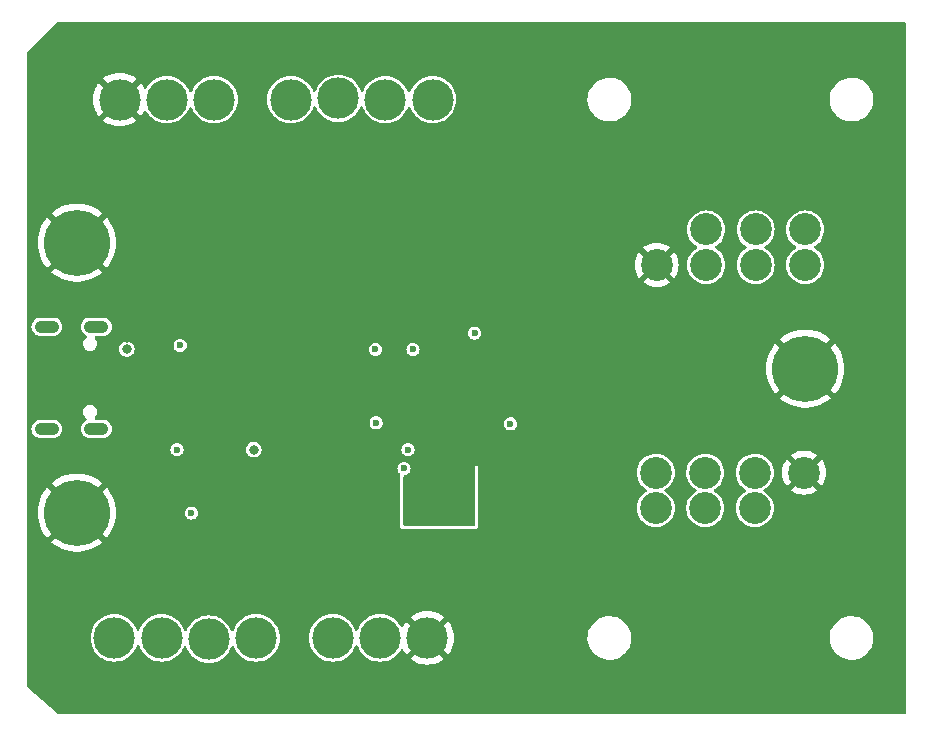
<source format=gbr>
%TF.GenerationSoftware,KiCad,Pcbnew,7.0.6*%
%TF.CreationDate,2023-09-20T14:55:28-04:00*%
%TF.ProjectId,32U4_NES_SNES_adapter,33325534-5f4e-4455-935f-534e45535f61,rev?*%
%TF.SameCoordinates,Original*%
%TF.FileFunction,Copper,L2,Inr*%
%TF.FilePolarity,Positive*%
%FSLAX46Y46*%
G04 Gerber Fmt 4.6, Leading zero omitted, Abs format (unit mm)*
G04 Created by KiCad (PCBNEW 7.0.6) date 2023-09-20 14:55:28*
%MOMM*%
%LPD*%
G01*
G04 APERTURE LIST*
%TA.AperFunction,ComponentPad*%
%ADD10C,3.500000*%
%TD*%
%TA.AperFunction,ComponentPad*%
%ADD11C,2.700000*%
%TD*%
%TA.AperFunction,ComponentPad*%
%ADD12C,5.600000*%
%TD*%
%TA.AperFunction,ComponentPad*%
%ADD13O,2.100000X1.050000*%
%TD*%
%TA.AperFunction,ViaPad*%
%ADD14C,0.600000*%
%TD*%
%TA.AperFunction,ViaPad*%
%ADD15C,0.800000*%
%TD*%
G04 APERTURE END LIST*
D10*
%TO.N,VCC*%
%TO.C,J2*%
X97064000Y-120709000D03*
%TO.N,/SNES_1_CLK*%
X101064000Y-120709000D03*
%TO.N,/SNES_1_LATCH*%
X105064000Y-120809000D03*
%TO.N,/SNES_1_DATA*%
X109064000Y-120709000D03*
%TO.N,unconnected-(J2-Pad5)*%
X115564000Y-120709000D03*
%TO.N,unconnected-(J2-Pad6)*%
X119564000Y-120709000D03*
%TO.N,GND*%
X123564000Y-120709000D03*
%TD*%
D11*
%TO.N,VCC*%
%TO.C,J5*%
X147168000Y-86125000D03*
%TO.N,unconnected-(J5-Pad2)*%
X151359000Y-86125000D03*
%TO.N,unconnected-(J5-Pad3)*%
X155550000Y-86125000D03*
%TO.N,/NES_2_DATA*%
X155550000Y-89125000D03*
%TO.N,/NES_2_LATCH*%
X151359000Y-89125000D03*
%TO.N,/NES_2_CLK*%
X147168000Y-89125000D03*
%TO.N,GND*%
X142977000Y-89125000D03*
%TD*%
D12*
%TO.N,GND*%
%TO.C,H3*%
X155550000Y-97917000D03*
%TD*%
D11*
%TO.N,VCC*%
%TO.C,J4*%
X151282000Y-109709000D03*
%TO.N,unconnected-(J4-Pad2)*%
X147091000Y-109709000D03*
%TO.N,unconnected-(J4-Pad3)*%
X142900000Y-109709000D03*
%TO.N,/NES_1_DATA*%
X142900000Y-106709000D03*
%TO.N,/NES_1_LATCH*%
X147091000Y-106709000D03*
%TO.N,/NES_1_CLK*%
X151282000Y-106709000D03*
%TO.N,GND*%
X155473000Y-106709000D03*
%TD*%
D12*
%TO.N,GND*%
%TO.C,H1*%
X93895500Y-87249000D03*
%TD*%
%TO.N,GND*%
%TO.C,H2*%
X93895500Y-110109000D03*
%TD*%
D10*
%TO.N,VCC*%
%TO.C,J3*%
X124014000Y-75125000D03*
%TO.N,/SNES_2_CLK*%
X120014000Y-75125000D03*
%TO.N,/SNES_2_LATCH*%
X116014000Y-75025000D03*
%TO.N,/SNES_2_DATA*%
X112014000Y-75125000D03*
%TO.N,unconnected-(J3-Pad5)*%
X105514000Y-75125000D03*
%TO.N,unconnected-(J3-Pad6)*%
X101514000Y-75125000D03*
%TO.N,GND*%
X97514000Y-75125000D03*
%TD*%
D13*
%TO.N,unconnected-(J1-PadS1)*%
%TO.C,J1*%
X95535500Y-94359000D03*
%TO.N,unconnected-(J1-PadS2)*%
X95535500Y-102999000D03*
%TO.N,unconnected-(J1-PadS3)*%
X91355500Y-94359000D03*
%TO.N,unconnected-(J1-PadS4)*%
X91355500Y-102999000D03*
%TD*%
D14*
%TO.N,GND*%
X103962200Y-108597750D03*
X127381000Y-106172000D03*
X124688600Y-109702600D03*
X102631200Y-94046000D03*
D15*
X98119000Y-101929000D03*
D14*
X122841000Y-102584000D03*
X125857000Y-110896400D03*
D15*
X108876300Y-101020400D03*
D14*
X122047000Y-108354000D03*
X126618000Y-94894400D03*
X122841000Y-100584000D03*
X122841000Y-98584000D03*
X123317000Y-110894000D03*
X127127000Y-110894000D03*
X122047000Y-110894000D03*
X123670544Y-105039041D03*
X127127000Y-108354000D03*
X126841000Y-98584000D03*
X126841000Y-102584000D03*
X118265000Y-102466200D03*
X127127000Y-109624000D03*
X124841000Y-98584000D03*
X122047000Y-109624000D03*
X127127000Y-107084000D03*
D15*
X98119000Y-95278000D03*
D14*
X122250200Y-107086400D03*
X124841000Y-100584000D03*
X124841000Y-102584000D03*
X124587000Y-110894000D03*
X130584000Y-103544000D03*
X117652800Y-100584000D03*
X118290400Y-96266000D03*
X126841000Y-100584000D03*
X120627200Y-106349800D03*
X123487000Y-107111800D03*
X122758200Y-106172000D03*
X101092000Y-97429000D03*
%TO.N,VCC*%
X102362000Y-104770400D03*
X121587200Y-106349800D03*
X127578000Y-94894400D03*
X103581200Y-110121750D03*
X102631200Y-95946000D03*
X119225000Y-102497377D03*
X130584000Y-102584000D03*
X122341000Y-96266000D03*
D15*
X98119000Y-96238000D03*
D14*
X119151400Y-96266000D03*
%TO.N,Net-(R3-Pad2)*%
X121920000Y-104775000D03*
D15*
X108876300Y-104770400D03*
%TD*%
%TA.AperFunction,Conductor*%
%TO.N,GND*%
G36*
X164026121Y-68600002D02*
G01*
X164072614Y-68653658D01*
X164084000Y-68706000D01*
X164084000Y-127001000D01*
X164063998Y-127069121D01*
X164010342Y-127115614D01*
X163958000Y-127127000D01*
X92250351Y-127127000D01*
X92182230Y-127106998D01*
X92166061Y-127094655D01*
X89703710Y-124878539D01*
X89666457Y-124818101D01*
X89662000Y-124784884D01*
X89662000Y-120709000D01*
X95054380Y-120709000D01*
X95074835Y-120995002D01*
X95135781Y-121275166D01*
X95135781Y-121275167D01*
X95235984Y-121543825D01*
X95307929Y-121675582D01*
X95369645Y-121788607D01*
X95373402Y-121795486D01*
X95545226Y-122025015D01*
X95545229Y-122025018D01*
X95545231Y-122025021D01*
X95747979Y-122227769D01*
X95747982Y-122227771D01*
X95747984Y-122227773D01*
X95963376Y-122389014D01*
X95977517Y-122399600D01*
X96229174Y-122537015D01*
X96497825Y-122637216D01*
X96497828Y-122637216D01*
X96497832Y-122637218D01*
X96642471Y-122668682D01*
X96778001Y-122698165D01*
X97064000Y-122718620D01*
X97349999Y-122698165D01*
X97630166Y-122637218D01*
X97630167Y-122637218D01*
X97630168Y-122637217D01*
X97630175Y-122637216D01*
X97898826Y-122537015D01*
X98150483Y-122399600D01*
X98380021Y-122227769D01*
X98582769Y-122025021D01*
X98754600Y-121795483D01*
X98892015Y-121543826D01*
X98945945Y-121399232D01*
X98988490Y-121342398D01*
X99055011Y-121317587D01*
X99124385Y-121332678D01*
X99174587Y-121382880D01*
X99182052Y-121399225D01*
X99194605Y-121432880D01*
X99235984Y-121543825D01*
X99307929Y-121675582D01*
X99369645Y-121788607D01*
X99373402Y-121795486D01*
X99545226Y-122025015D01*
X99545229Y-122025018D01*
X99545231Y-122025021D01*
X99747979Y-122227769D01*
X99747982Y-122227771D01*
X99747984Y-122227773D01*
X99963376Y-122389014D01*
X99977517Y-122399600D01*
X100229174Y-122537015D01*
X100497825Y-122637216D01*
X100497828Y-122637216D01*
X100497832Y-122637218D01*
X100642471Y-122668682D01*
X100778001Y-122698165D01*
X101064000Y-122718620D01*
X101349999Y-122698165D01*
X101630166Y-122637218D01*
X101630167Y-122637218D01*
X101630168Y-122637217D01*
X101630175Y-122637216D01*
X101898826Y-122537015D01*
X102150483Y-122399600D01*
X102380021Y-122227769D01*
X102582769Y-122025021D01*
X102754600Y-121795483D01*
X102892015Y-121543826D01*
X102927296Y-121449231D01*
X102969841Y-121392398D01*
X103036361Y-121367587D01*
X103105736Y-121382678D01*
X103155938Y-121432880D01*
X103163403Y-121449226D01*
X103163407Y-121449235D01*
X103235984Y-121643825D01*
X103312448Y-121783857D01*
X103343333Y-121840420D01*
X103373402Y-121895486D01*
X103545226Y-122125015D01*
X103545229Y-122125018D01*
X103545231Y-122125021D01*
X103747979Y-122327769D01*
X103747982Y-122327771D01*
X103747984Y-122327773D01*
X103947199Y-122476904D01*
X103977517Y-122499600D01*
X104229174Y-122637015D01*
X104497825Y-122737216D01*
X104497828Y-122737216D01*
X104497832Y-122737218D01*
X104659972Y-122772489D01*
X104778001Y-122798165D01*
X105064000Y-122818620D01*
X105349999Y-122798165D01*
X105630166Y-122737218D01*
X105630167Y-122737218D01*
X105630168Y-122737217D01*
X105630175Y-122737216D01*
X105898826Y-122637015D01*
X106150483Y-122499600D01*
X106380021Y-122327769D01*
X106582769Y-122125021D01*
X106754600Y-121895483D01*
X106892015Y-121643826D01*
X106964594Y-121449231D01*
X107007138Y-121392398D01*
X107073658Y-121367587D01*
X107143032Y-121382678D01*
X107193235Y-121432880D01*
X107200704Y-121449233D01*
X107235985Y-121543827D01*
X107307929Y-121675582D01*
X107369645Y-121788607D01*
X107373402Y-121795486D01*
X107545226Y-122025015D01*
X107545229Y-122025018D01*
X107545231Y-122025021D01*
X107747979Y-122227769D01*
X107747982Y-122227771D01*
X107747984Y-122227773D01*
X107963376Y-122389014D01*
X107977517Y-122399600D01*
X108229174Y-122537015D01*
X108497825Y-122637216D01*
X108497828Y-122637216D01*
X108497832Y-122637218D01*
X108642471Y-122668682D01*
X108778001Y-122698165D01*
X109064000Y-122718620D01*
X109349999Y-122698165D01*
X109630166Y-122637218D01*
X109630167Y-122637218D01*
X109630168Y-122637217D01*
X109630175Y-122637216D01*
X109898826Y-122537015D01*
X110150483Y-122399600D01*
X110380021Y-122227769D01*
X110582769Y-122025021D01*
X110754600Y-121795483D01*
X110892015Y-121543826D01*
X110992216Y-121275175D01*
X111053165Y-120994999D01*
X111073620Y-120709000D01*
X113554380Y-120709000D01*
X113574835Y-120995002D01*
X113635781Y-121275166D01*
X113635781Y-121275167D01*
X113735984Y-121543825D01*
X113807929Y-121675582D01*
X113869645Y-121788607D01*
X113873402Y-121795486D01*
X114045226Y-122025015D01*
X114045229Y-122025018D01*
X114045231Y-122025021D01*
X114247979Y-122227769D01*
X114247982Y-122227771D01*
X114247984Y-122227773D01*
X114463376Y-122389014D01*
X114477517Y-122399600D01*
X114729174Y-122537015D01*
X114997825Y-122637216D01*
X114997828Y-122637216D01*
X114997832Y-122637218D01*
X115142471Y-122668682D01*
X115278001Y-122698165D01*
X115564000Y-122718620D01*
X115849999Y-122698165D01*
X116130166Y-122637218D01*
X116130167Y-122637218D01*
X116130168Y-122637217D01*
X116130175Y-122637216D01*
X116398826Y-122537015D01*
X116650483Y-122399600D01*
X116880021Y-122227769D01*
X117082769Y-122025021D01*
X117254600Y-121795483D01*
X117392015Y-121543826D01*
X117445945Y-121399231D01*
X117488489Y-121342399D01*
X117555009Y-121317587D01*
X117624383Y-121332678D01*
X117674586Y-121382879D01*
X117682055Y-121399233D01*
X117735985Y-121543827D01*
X117807929Y-121675582D01*
X117869645Y-121788607D01*
X117873402Y-121795486D01*
X118045226Y-122025015D01*
X118045229Y-122025018D01*
X118045231Y-122025021D01*
X118247979Y-122227769D01*
X118247982Y-122227771D01*
X118247984Y-122227773D01*
X118463376Y-122389014D01*
X118477517Y-122399600D01*
X118729174Y-122537015D01*
X118997825Y-122637216D01*
X118997828Y-122637216D01*
X118997832Y-122637218D01*
X119142471Y-122668682D01*
X119278001Y-122698165D01*
X119564000Y-122718620D01*
X119849999Y-122698165D01*
X120130166Y-122637218D01*
X120130167Y-122637218D01*
X120130168Y-122637217D01*
X120130175Y-122637216D01*
X120398826Y-122537015D01*
X120650483Y-122399600D01*
X120880021Y-122227769D01*
X121082769Y-122025021D01*
X121254600Y-121795483D01*
X121310435Y-121693227D01*
X121360634Y-121643027D01*
X121430008Y-121627935D01*
X121496529Y-121652745D01*
X121534027Y-121697886D01*
X121604316Y-121840420D01*
X121768763Y-122086531D01*
X121796092Y-122117694D01*
X122700176Y-121213611D01*
X122769146Y-121324263D01*
X122909268Y-121471671D01*
X123057420Y-121574788D01*
X122155304Y-122476904D01*
X122155304Y-122476906D01*
X122186468Y-122504236D01*
X122432579Y-122668682D01*
X122698040Y-122799592D01*
X122698054Y-122799598D01*
X122978324Y-122894737D01*
X122978334Y-122894739D01*
X123268629Y-122952484D01*
X123268643Y-122952486D01*
X123563997Y-122971845D01*
X123564003Y-122971845D01*
X123859356Y-122952486D01*
X123859370Y-122952484D01*
X124149665Y-122894739D01*
X124149675Y-122894737D01*
X124429945Y-122799598D01*
X124429959Y-122799592D01*
X124695420Y-122668682D01*
X124941534Y-122504234D01*
X124941536Y-122504233D01*
X124972694Y-122476906D01*
X124972694Y-122476904D01*
X124068487Y-121572697D01*
X124138214Y-121533996D01*
X124292531Y-121401520D01*
X124417021Y-121240692D01*
X124429487Y-121215277D01*
X125331904Y-122117694D01*
X125331906Y-122117694D01*
X125359233Y-122086536D01*
X125359234Y-122086534D01*
X125523682Y-121840420D01*
X125654592Y-121574959D01*
X125654598Y-121574945D01*
X125749737Y-121294675D01*
X125749739Y-121294665D01*
X125807484Y-121004370D01*
X125807486Y-121004356D01*
X125822404Y-120776765D01*
X137120788Y-120776765D01*
X137150412Y-121046014D01*
X137218928Y-121308090D01*
X137324869Y-121557389D01*
X137335592Y-121574959D01*
X137465982Y-121788610D01*
X137639255Y-121996820D01*
X137639257Y-121996822D01*
X137639259Y-121996824D01*
X137739379Y-122086531D01*
X137840998Y-122177582D01*
X138066910Y-122327044D01*
X138312176Y-122442020D01*
X138571569Y-122520060D01*
X138571572Y-122520060D01*
X138571574Y-122520061D01*
X138839557Y-122559500D01*
X138839561Y-122559500D01*
X139042633Y-122559500D01*
X139077363Y-122556957D01*
X139245156Y-122544677D01*
X139245160Y-122544676D01*
X139245161Y-122544676D01*
X139426710Y-122504234D01*
X139509553Y-122485780D01*
X139762558Y-122389014D01*
X139998777Y-122256441D01*
X140213177Y-122090888D01*
X140401186Y-121895881D01*
X140558799Y-121675579D01*
X140575125Y-121643826D01*
X140682656Y-121434675D01*
X140682657Y-121434672D01*
X140693967Y-121401520D01*
X140770118Y-121178305D01*
X140819319Y-120911933D01*
X140824259Y-120776765D01*
X157620788Y-120776765D01*
X157650412Y-121046014D01*
X157718928Y-121308090D01*
X157824869Y-121557389D01*
X157835592Y-121574959D01*
X157965982Y-121788610D01*
X158139255Y-121996820D01*
X158139257Y-121996822D01*
X158139259Y-121996824D01*
X158239379Y-122086531D01*
X158340998Y-122177582D01*
X158566910Y-122327044D01*
X158812176Y-122442020D01*
X159071569Y-122520060D01*
X159071572Y-122520060D01*
X159071574Y-122520061D01*
X159339557Y-122559500D01*
X159339561Y-122559500D01*
X159542633Y-122559500D01*
X159577363Y-122556957D01*
X159745156Y-122544677D01*
X159745160Y-122544676D01*
X159745161Y-122544676D01*
X159926710Y-122504234D01*
X160009553Y-122485780D01*
X160262558Y-122389014D01*
X160498777Y-122256441D01*
X160713177Y-122090888D01*
X160901186Y-121895881D01*
X161058799Y-121675579D01*
X161075125Y-121643826D01*
X161182656Y-121434675D01*
X161182657Y-121434672D01*
X161193967Y-121401520D01*
X161270118Y-121178305D01*
X161319319Y-120911933D01*
X161329212Y-120641235D01*
X161305200Y-120423001D01*
X161299587Y-120371985D01*
X161265000Y-120239689D01*
X161231072Y-120109912D01*
X161224198Y-120093737D01*
X161125130Y-119860610D01*
X161082238Y-119790329D01*
X160984018Y-119629390D01*
X160810745Y-119421180D01*
X160810741Y-119421177D01*
X160810740Y-119421175D01*
X160609012Y-119240427D01*
X160609002Y-119240418D01*
X160383090Y-119090956D01*
X160137824Y-118975980D01*
X159980392Y-118928615D01*
X159878425Y-118897938D01*
X159610442Y-118858500D01*
X159610439Y-118858500D01*
X159407369Y-118858500D01*
X159407367Y-118858500D01*
X159204839Y-118873323D01*
X159204838Y-118873323D01*
X158940456Y-118932217D01*
X158940441Y-118932222D01*
X158687441Y-119028986D01*
X158451229Y-119161555D01*
X158451225Y-119161557D01*
X158236818Y-119327116D01*
X158048815Y-119522117D01*
X158048810Y-119522123D01*
X157891203Y-119742417D01*
X157891196Y-119742427D01*
X157767343Y-119983324D01*
X157767342Y-119983327D01*
X157679883Y-120239689D01*
X157679880Y-120239702D01*
X157630681Y-120506058D01*
X157630680Y-120506069D01*
X157620788Y-120776765D01*
X140824259Y-120776765D01*
X140829212Y-120641235D01*
X140805200Y-120423001D01*
X140799587Y-120371985D01*
X140765000Y-120239689D01*
X140731072Y-120109912D01*
X140724198Y-120093737D01*
X140625130Y-119860610D01*
X140582238Y-119790329D01*
X140484018Y-119629390D01*
X140310745Y-119421180D01*
X140310741Y-119421177D01*
X140310740Y-119421175D01*
X140109012Y-119240427D01*
X140109002Y-119240418D01*
X139883090Y-119090956D01*
X139637824Y-118975980D01*
X139480392Y-118928615D01*
X139378425Y-118897938D01*
X139110442Y-118858500D01*
X139110439Y-118858500D01*
X138907369Y-118858500D01*
X138907367Y-118858500D01*
X138704839Y-118873323D01*
X138704838Y-118873323D01*
X138440456Y-118932217D01*
X138440441Y-118932222D01*
X138187441Y-119028986D01*
X137951229Y-119161555D01*
X137951225Y-119161557D01*
X137736818Y-119327116D01*
X137548815Y-119522117D01*
X137548810Y-119522123D01*
X137391203Y-119742417D01*
X137391196Y-119742427D01*
X137267343Y-119983324D01*
X137267342Y-119983327D01*
X137179883Y-120239689D01*
X137179880Y-120239702D01*
X137130681Y-120506058D01*
X137130680Y-120506069D01*
X137120788Y-120776765D01*
X125822404Y-120776765D01*
X125826845Y-120709003D01*
X125826845Y-120708996D01*
X125807486Y-120413643D01*
X125807484Y-120413629D01*
X125749739Y-120123334D01*
X125749737Y-120123324D01*
X125654598Y-119843054D01*
X125654592Y-119843040D01*
X125523682Y-119577580D01*
X125359236Y-119331468D01*
X125331906Y-119300304D01*
X125331904Y-119300304D01*
X124427821Y-120204386D01*
X124358854Y-120093737D01*
X124218732Y-119946329D01*
X124070577Y-119843210D01*
X124972694Y-118941092D01*
X124941531Y-118913763D01*
X124695420Y-118749317D01*
X124429959Y-118618407D01*
X124429945Y-118618401D01*
X124149675Y-118523262D01*
X124149665Y-118523260D01*
X123859370Y-118465515D01*
X123859356Y-118465513D01*
X123564003Y-118446155D01*
X123563997Y-118446155D01*
X123268643Y-118465513D01*
X123268629Y-118465515D01*
X122978334Y-118523260D01*
X122978324Y-118523262D01*
X122698054Y-118618401D01*
X122698040Y-118618407D01*
X122432580Y-118749317D01*
X122186467Y-118913763D01*
X122186463Y-118913766D01*
X122155304Y-118941092D01*
X122155304Y-118941094D01*
X123059512Y-119845302D01*
X122989786Y-119884004D01*
X122835469Y-120016480D01*
X122710979Y-120177308D01*
X122698512Y-120202722D01*
X121796094Y-119300304D01*
X121796092Y-119300304D01*
X121768766Y-119331463D01*
X121768763Y-119331467D01*
X121604317Y-119577580D01*
X121534028Y-119720113D01*
X121485960Y-119772362D01*
X121417274Y-119790329D01*
X121349779Y-119768310D01*
X121310434Y-119724770D01*
X121254600Y-119622517D01*
X121103880Y-119421180D01*
X121082773Y-119392984D01*
X121082765Y-119392975D01*
X120880024Y-119190234D01*
X120880015Y-119190226D01*
X120650486Y-119018402D01*
X120650484Y-119018401D01*
X120650483Y-119018400D01*
X120492656Y-118932220D01*
X120398825Y-118880984D01*
X120130167Y-118780781D01*
X119850001Y-118719835D01*
X119850003Y-118719835D01*
X119564000Y-118699380D01*
X119277997Y-118719835D01*
X118997833Y-118780781D01*
X118997832Y-118780781D01*
X118729174Y-118880984D01*
X118477513Y-119018402D01*
X118247984Y-119190226D01*
X118247975Y-119190234D01*
X118045234Y-119392975D01*
X118045226Y-119392984D01*
X117873402Y-119622513D01*
X117735985Y-119874172D01*
X117682055Y-120018766D01*
X117639508Y-120075601D01*
X117572987Y-120100412D01*
X117503613Y-120085320D01*
X117453411Y-120035118D01*
X117445948Y-120018775D01*
X117392015Y-119874174D01*
X117254600Y-119622517D01*
X117103880Y-119421180D01*
X117082773Y-119392984D01*
X117082765Y-119392975D01*
X116880024Y-119190234D01*
X116880015Y-119190226D01*
X116650486Y-119018402D01*
X116650484Y-119018401D01*
X116650483Y-119018400D01*
X116492656Y-118932220D01*
X116398825Y-118880984D01*
X116130167Y-118780781D01*
X115850001Y-118719835D01*
X115850003Y-118719835D01*
X115564000Y-118699380D01*
X115277997Y-118719835D01*
X114997833Y-118780781D01*
X114997832Y-118780781D01*
X114729174Y-118880984D01*
X114477513Y-119018402D01*
X114247984Y-119190226D01*
X114247975Y-119190234D01*
X114045234Y-119392975D01*
X114045226Y-119392984D01*
X113873402Y-119622513D01*
X113735984Y-119874174D01*
X113635781Y-120142832D01*
X113635781Y-120142833D01*
X113574835Y-120422997D01*
X113554380Y-120709000D01*
X111073620Y-120709000D01*
X111053165Y-120423001D01*
X111013970Y-120242825D01*
X110992218Y-120142833D01*
X110992218Y-120142832D01*
X110992216Y-120142828D01*
X110992216Y-120142825D01*
X110892015Y-119874174D01*
X110754600Y-119622517D01*
X110603880Y-119421180D01*
X110582773Y-119392984D01*
X110582765Y-119392975D01*
X110380024Y-119190234D01*
X110380015Y-119190226D01*
X110150486Y-119018402D01*
X110150484Y-119018401D01*
X110150483Y-119018400D01*
X109992656Y-118932220D01*
X109898825Y-118880984D01*
X109630167Y-118780781D01*
X109350001Y-118719835D01*
X109350003Y-118719835D01*
X109064000Y-118699380D01*
X108777997Y-118719835D01*
X108497833Y-118780781D01*
X108497832Y-118780781D01*
X108229174Y-118880984D01*
X107977513Y-119018402D01*
X107747984Y-119190226D01*
X107747975Y-119190234D01*
X107545234Y-119392975D01*
X107545226Y-119392984D01*
X107373402Y-119622513D01*
X107235984Y-119874174D01*
X107163407Y-120068765D01*
X107120860Y-120125601D01*
X107054340Y-120150412D01*
X106984966Y-120135321D01*
X106934764Y-120085119D01*
X106927297Y-120068769D01*
X106892015Y-119974174D01*
X106754600Y-119722517D01*
X106684886Y-119629390D01*
X106582773Y-119492984D01*
X106582765Y-119492975D01*
X106380024Y-119290234D01*
X106380015Y-119290226D01*
X106150486Y-119118402D01*
X106150484Y-119118401D01*
X106150483Y-119118400D01*
X106038857Y-119057448D01*
X105898825Y-118980984D01*
X105630167Y-118880781D01*
X105350001Y-118819835D01*
X105350003Y-118819835D01*
X105064000Y-118799380D01*
X104777997Y-118819835D01*
X104497833Y-118880781D01*
X104497832Y-118880781D01*
X104229174Y-118980984D01*
X103977513Y-119118402D01*
X103747984Y-119290226D01*
X103747975Y-119290234D01*
X103545234Y-119492975D01*
X103545226Y-119492984D01*
X103373402Y-119722513D01*
X103235984Y-119974175D01*
X103235981Y-119974182D01*
X103200703Y-120068766D01*
X103158157Y-120125602D01*
X103091636Y-120150412D01*
X103022262Y-120135320D01*
X102972060Y-120085118D01*
X102964598Y-120068779D01*
X102892015Y-119874174D01*
X102754600Y-119622517D01*
X102603880Y-119421180D01*
X102582773Y-119392984D01*
X102582765Y-119392975D01*
X102380024Y-119190234D01*
X102380015Y-119190226D01*
X102150486Y-119018402D01*
X102150484Y-119018401D01*
X102150483Y-119018400D01*
X101992656Y-118932220D01*
X101898825Y-118880984D01*
X101630167Y-118780781D01*
X101350001Y-118719835D01*
X101350003Y-118719835D01*
X101064000Y-118699380D01*
X100777997Y-118719835D01*
X100497833Y-118780781D01*
X100497832Y-118780781D01*
X100229174Y-118880984D01*
X99977513Y-119018402D01*
X99747984Y-119190226D01*
X99747975Y-119190234D01*
X99545234Y-119392975D01*
X99545226Y-119392984D01*
X99373402Y-119622513D01*
X99235984Y-119874174D01*
X99182056Y-120018765D01*
X99139509Y-120075601D01*
X99072989Y-120100412D01*
X99003615Y-120085321D01*
X98953413Y-120035119D01*
X98945945Y-120018768D01*
X98892015Y-119874174D01*
X98754600Y-119622517D01*
X98603880Y-119421180D01*
X98582773Y-119392984D01*
X98582765Y-119392975D01*
X98380024Y-119190234D01*
X98380015Y-119190226D01*
X98150486Y-119018402D01*
X98150484Y-119018401D01*
X98150483Y-119018400D01*
X97992656Y-118932220D01*
X97898825Y-118880984D01*
X97630167Y-118780781D01*
X97350001Y-118719835D01*
X97350003Y-118719835D01*
X97064000Y-118699380D01*
X96777997Y-118719835D01*
X96497833Y-118780781D01*
X96497832Y-118780781D01*
X96229174Y-118880984D01*
X95977513Y-119018402D01*
X95747984Y-119190226D01*
X95747975Y-119190234D01*
X95545234Y-119392975D01*
X95545226Y-119392984D01*
X95373402Y-119622513D01*
X95235984Y-119874174D01*
X95135781Y-120142832D01*
X95135781Y-120142833D01*
X95074835Y-120422997D01*
X95054380Y-120709000D01*
X89662000Y-120709000D01*
X89662000Y-110109003D01*
X90582641Y-110109003D01*
X90602061Y-110467183D01*
X90660092Y-110821162D01*
X90756059Y-111166801D01*
X90888826Y-111500021D01*
X90888830Y-111500030D01*
X91056850Y-111816952D01*
X91056852Y-111816956D01*
X91258154Y-112113854D01*
X91383667Y-112261621D01*
X92595494Y-111049794D01*
X92597070Y-111052365D01*
X92760630Y-111243870D01*
X92952135Y-111407430D01*
X92954704Y-111409004D01*
X91740002Y-112623706D01*
X91750799Y-112633932D01*
X92036361Y-112851013D01*
X92036367Y-112851017D01*
X92343727Y-113035949D01*
X92343734Y-113035953D01*
X92669266Y-113186561D01*
X92669285Y-113186569D01*
X93009206Y-113301101D01*
X93009223Y-113301106D01*
X93359522Y-113378213D01*
X93359550Y-113378218D01*
X93716137Y-113416999D01*
X93716153Y-113417000D01*
X94074847Y-113417000D01*
X94074862Y-113416999D01*
X94431449Y-113378218D01*
X94431477Y-113378213D01*
X94781776Y-113301106D01*
X94781793Y-113301101D01*
X95121714Y-113186569D01*
X95121733Y-113186561D01*
X95447265Y-113035953D01*
X95447272Y-113035949D01*
X95754632Y-112851017D01*
X95754650Y-112851005D01*
X96040199Y-112633934D01*
X96040202Y-112633932D01*
X96050996Y-112623707D01*
X96050996Y-112623706D01*
X94836295Y-111409004D01*
X94838865Y-111407430D01*
X95030370Y-111243870D01*
X95193930Y-111052365D01*
X95195505Y-111049794D01*
X96407332Y-112261621D01*
X96532845Y-112113854D01*
X96734147Y-111816956D01*
X96734149Y-111816952D01*
X96902169Y-111500030D01*
X96902173Y-111500021D01*
X97034940Y-111166801D01*
X97130907Y-110821162D01*
X97188938Y-110467183D01*
X97207668Y-110121750D01*
X103021915Y-110121750D01*
X103040971Y-110266502D01*
X103096844Y-110401391D01*
X103096849Y-110401399D01*
X103185725Y-110517224D01*
X103301550Y-110606100D01*
X103301557Y-110606105D01*
X103436446Y-110661978D01*
X103508823Y-110671506D01*
X103581199Y-110681035D01*
X103581199Y-110681034D01*
X103581200Y-110681035D01*
X103725954Y-110661978D01*
X103860843Y-110606105D01*
X103976674Y-110517224D01*
X104065555Y-110401393D01*
X104121428Y-110266504D01*
X104140485Y-110121750D01*
X104121428Y-109976996D01*
X104065555Y-109842108D01*
X103976674Y-109726276D01*
X103976672Y-109726274D01*
X103976671Y-109726273D01*
X103860849Y-109637399D01*
X103860841Y-109637394D01*
X103725952Y-109581521D01*
X103581200Y-109562465D01*
X103436447Y-109581521D01*
X103369002Y-109609458D01*
X103301558Y-109637395D01*
X103301557Y-109637396D01*
X103301556Y-109637396D01*
X103185726Y-109726276D01*
X103096846Y-109842106D01*
X103096845Y-109842108D01*
X103090291Y-109857931D01*
X103040971Y-109976997D01*
X103021915Y-110121749D01*
X103021915Y-110121750D01*
X97207668Y-110121750D01*
X97208359Y-110109003D01*
X97208359Y-110108996D01*
X97188938Y-109750816D01*
X97130907Y-109396837D01*
X97034940Y-109051198D01*
X96902173Y-108717978D01*
X96902169Y-108717969D01*
X96734149Y-108401047D01*
X96734147Y-108401043D01*
X96532845Y-108104145D01*
X96407331Y-107956377D01*
X95195504Y-109168203D01*
X95193930Y-109165635D01*
X95030370Y-108974130D01*
X94838865Y-108810570D01*
X94836294Y-108808994D01*
X96050996Y-107594292D01*
X96040200Y-107584067D01*
X95754638Y-107366986D01*
X95754632Y-107366982D01*
X95447272Y-107182050D01*
X95447265Y-107182046D01*
X95121733Y-107031438D01*
X95121714Y-107031430D01*
X94781793Y-106916898D01*
X94781776Y-106916893D01*
X94431477Y-106839786D01*
X94431449Y-106839781D01*
X94074862Y-106801000D01*
X93716137Y-106801000D01*
X93359550Y-106839781D01*
X93359522Y-106839786D01*
X93009223Y-106916893D01*
X93009206Y-106916898D01*
X92669285Y-107031430D01*
X92669266Y-107031438D01*
X92343734Y-107182046D01*
X92343727Y-107182050D01*
X92036367Y-107366982D01*
X92036361Y-107366986D01*
X91750799Y-107584066D01*
X91740002Y-107594292D01*
X92954705Y-108808995D01*
X92952135Y-108810570D01*
X92760630Y-108974130D01*
X92597070Y-109165635D01*
X92595495Y-109168205D01*
X91383667Y-107956377D01*
X91383666Y-107956378D01*
X91258165Y-108104131D01*
X91056849Y-108401050D01*
X90888830Y-108717969D01*
X90888826Y-108717978D01*
X90756059Y-109051198D01*
X90660092Y-109396837D01*
X90602061Y-109750816D01*
X90582641Y-110108996D01*
X90582641Y-110109003D01*
X89662000Y-110109003D01*
X89662000Y-106349800D01*
X121027915Y-106349800D01*
X121046971Y-106494552D01*
X121102844Y-106629441D01*
X121102849Y-106629449D01*
X121191723Y-106745271D01*
X121191724Y-106745272D01*
X121191726Y-106745274D01*
X121245121Y-106786245D01*
X121286986Y-106843581D01*
X121291208Y-106914452D01*
X121285000Y-106933874D01*
X121285000Y-111379001D01*
X121411998Y-111505999D01*
X121412000Y-111506000D01*
X127698500Y-111506000D01*
X127825499Y-111379001D01*
X127825500Y-111379000D01*
X127825500Y-109709000D01*
X141290539Y-109709000D01*
X141310354Y-109960775D01*
X141314249Y-109976997D01*
X141369311Y-110206349D01*
X141465959Y-110439678D01*
X141597920Y-110655018D01*
X141597921Y-110655020D01*
X141761938Y-110847061D01*
X141953979Y-111011078D01*
X141953983Y-111011081D01*
X142169320Y-111143040D01*
X142402649Y-111239688D01*
X142648225Y-111298646D01*
X142900000Y-111318461D01*
X143151775Y-111298646D01*
X143397351Y-111239688D01*
X143630680Y-111143040D01*
X143846017Y-111011081D01*
X144038061Y-110847061D01*
X144202081Y-110655017D01*
X144334040Y-110439680D01*
X144430688Y-110206351D01*
X144489646Y-109960775D01*
X144509461Y-109709000D01*
X145481539Y-109709000D01*
X145501354Y-109960775D01*
X145505249Y-109976997D01*
X145560311Y-110206349D01*
X145656959Y-110439678D01*
X145788920Y-110655018D01*
X145788921Y-110655020D01*
X145952938Y-110847061D01*
X146144979Y-111011078D01*
X146144983Y-111011081D01*
X146360320Y-111143040D01*
X146593649Y-111239688D01*
X146839225Y-111298646D01*
X147091000Y-111318461D01*
X147342775Y-111298646D01*
X147588351Y-111239688D01*
X147821680Y-111143040D01*
X148037017Y-111011081D01*
X148229061Y-110847061D01*
X148393081Y-110655017D01*
X148525040Y-110439680D01*
X148621688Y-110206351D01*
X148680646Y-109960775D01*
X148700461Y-109709000D01*
X149672539Y-109709000D01*
X149692354Y-109960775D01*
X149696249Y-109976997D01*
X149751311Y-110206349D01*
X149847959Y-110439678D01*
X149979920Y-110655018D01*
X149979921Y-110655020D01*
X150143938Y-110847061D01*
X150335979Y-111011078D01*
X150335983Y-111011081D01*
X150551320Y-111143040D01*
X150784649Y-111239688D01*
X151030225Y-111298646D01*
X151282000Y-111318461D01*
X151533775Y-111298646D01*
X151779351Y-111239688D01*
X152012680Y-111143040D01*
X152228017Y-111011081D01*
X152420061Y-110847061D01*
X152584081Y-110655017D01*
X152716040Y-110439680D01*
X152812688Y-110206351D01*
X152871646Y-109960775D01*
X152891461Y-109709000D01*
X152871646Y-109457225D01*
X152812688Y-109211649D01*
X152716040Y-108978320D01*
X152584081Y-108762983D01*
X152584078Y-108762979D01*
X152420061Y-108570938D01*
X152228020Y-108406921D01*
X152228018Y-108406920D01*
X152228017Y-108406919D01*
X152080353Y-108316430D01*
X152032725Y-108263785D01*
X152021118Y-108193744D01*
X152049221Y-108128546D01*
X152080352Y-108101570D01*
X152228017Y-108011081D01*
X152420061Y-107847061D01*
X152584081Y-107655017D01*
X152716040Y-107439680D01*
X152812688Y-107206351D01*
X152871646Y-106960775D01*
X152891461Y-106709000D01*
X152891461Y-106708999D01*
X153610254Y-106708999D01*
X153629213Y-106974092D01*
X153685707Y-107233793D01*
X153778587Y-107482814D01*
X153905958Y-107716076D01*
X153991903Y-107830885D01*
X153991903Y-107830886D01*
X154754155Y-107068634D01*
X154843577Y-107210948D01*
X154971052Y-107338423D01*
X155113364Y-107427843D01*
X154351112Y-108190095D01*
X154351113Y-108190096D01*
X154465919Y-108276039D01*
X154699185Y-108403412D01*
X154948206Y-108496292D01*
X155207907Y-108552786D01*
X155472999Y-108571745D01*
X155738092Y-108552786D01*
X155997793Y-108496292D01*
X156246814Y-108403412D01*
X156480076Y-108276042D01*
X156594885Y-108190095D01*
X156594886Y-108190095D01*
X155832634Y-107427843D01*
X155974948Y-107338423D01*
X156102423Y-107210948D01*
X156191843Y-107068634D01*
X156954095Y-107830886D01*
X156954095Y-107830885D01*
X157040042Y-107716076D01*
X157167412Y-107482814D01*
X157260292Y-107233793D01*
X157316786Y-106974092D01*
X157335745Y-106709000D01*
X157316786Y-106443907D01*
X157260292Y-106184206D01*
X157167412Y-105935185D01*
X157040039Y-105701919D01*
X156954096Y-105587113D01*
X156954095Y-105587112D01*
X156191843Y-106349364D01*
X156102423Y-106207052D01*
X155974948Y-106079577D01*
X155832634Y-105990155D01*
X156594886Y-105227903D01*
X156480076Y-105141958D01*
X156246814Y-105014587D01*
X155997793Y-104921707D01*
X155738092Y-104865213D01*
X155472999Y-104846254D01*
X155207907Y-104865213D01*
X154948206Y-104921707D01*
X154699185Y-105014587D01*
X154465924Y-105141957D01*
X154351113Y-105227902D01*
X154351112Y-105227903D01*
X155113365Y-105990156D01*
X154971052Y-106079577D01*
X154843577Y-106207052D01*
X154754156Y-106349365D01*
X153991903Y-105587112D01*
X153991902Y-105587113D01*
X153905957Y-105701924D01*
X153778587Y-105935185D01*
X153685707Y-106184206D01*
X153629213Y-106443907D01*
X153610254Y-106708999D01*
X152891461Y-106708999D01*
X152871646Y-106457225D01*
X152812688Y-106211649D01*
X152716040Y-105978320D01*
X152584081Y-105762983D01*
X152584078Y-105762979D01*
X152420061Y-105570938D01*
X152228020Y-105406921D01*
X152228018Y-105406920D01*
X152228017Y-105406919D01*
X152012680Y-105274960D01*
X151975007Y-105259355D01*
X151779349Y-105178311D01*
X151611358Y-105137980D01*
X151533775Y-105119354D01*
X151282000Y-105099539D01*
X151281999Y-105099539D01*
X151030225Y-105119354D01*
X150784650Y-105178311D01*
X150551321Y-105274959D01*
X150335981Y-105406920D01*
X150335979Y-105406921D01*
X150143938Y-105570938D01*
X149979921Y-105762979D01*
X149979920Y-105762981D01*
X149847959Y-105978321D01*
X149751311Y-106211650D01*
X149695551Y-106443907D01*
X149692354Y-106457225D01*
X149672539Y-106709000D01*
X149690073Y-106931785D01*
X149692354Y-106960774D01*
X149751311Y-107206349D01*
X149817848Y-107366982D01*
X149847960Y-107439680D01*
X149890439Y-107509000D01*
X149979920Y-107655018D01*
X149979921Y-107655020D01*
X150143938Y-107847061D01*
X150335979Y-108011078D01*
X150335981Y-108011080D01*
X150335983Y-108011081D01*
X150483643Y-108101567D01*
X150531274Y-108154213D01*
X150542881Y-108224255D01*
X150514778Y-108289453D01*
X150483643Y-108316431D01*
X150335990Y-108406913D01*
X150335979Y-108406921D01*
X150143938Y-108570938D01*
X149979921Y-108762979D01*
X149979920Y-108762981D01*
X149847959Y-108978321D01*
X149751311Y-109211650D01*
X149706852Y-109396837D01*
X149692354Y-109457225D01*
X149672539Y-109709000D01*
X148700461Y-109709000D01*
X148680646Y-109457225D01*
X148621688Y-109211649D01*
X148525040Y-108978320D01*
X148393081Y-108762983D01*
X148393078Y-108762979D01*
X148229061Y-108570938D01*
X148037020Y-108406921D01*
X148037018Y-108406920D01*
X148037017Y-108406919D01*
X147889353Y-108316430D01*
X147841725Y-108263785D01*
X147830118Y-108193744D01*
X147858221Y-108128546D01*
X147889352Y-108101570D01*
X148037017Y-108011081D01*
X148229061Y-107847061D01*
X148393081Y-107655017D01*
X148525040Y-107439680D01*
X148621688Y-107206351D01*
X148680646Y-106960775D01*
X148700461Y-106709000D01*
X148680646Y-106457225D01*
X148621688Y-106211649D01*
X148525040Y-105978320D01*
X148393081Y-105762983D01*
X148393078Y-105762979D01*
X148229061Y-105570938D01*
X148037020Y-105406921D01*
X148037018Y-105406920D01*
X148037017Y-105406919D01*
X147821680Y-105274960D01*
X147784007Y-105259355D01*
X147588349Y-105178311D01*
X147420358Y-105137980D01*
X147342775Y-105119354D01*
X147091000Y-105099539D01*
X147090999Y-105099539D01*
X146839225Y-105119354D01*
X146593650Y-105178311D01*
X146360321Y-105274959D01*
X146144981Y-105406920D01*
X146144979Y-105406921D01*
X145952938Y-105570938D01*
X145788921Y-105762979D01*
X145788920Y-105762981D01*
X145656959Y-105978321D01*
X145560311Y-106211650D01*
X145504551Y-106443907D01*
X145501354Y-106457225D01*
X145481539Y-106709000D01*
X145499073Y-106931785D01*
X145501354Y-106960774D01*
X145560311Y-107206349D01*
X145626848Y-107366982D01*
X145656960Y-107439680D01*
X145699439Y-107509000D01*
X145788920Y-107655018D01*
X145788921Y-107655020D01*
X145952938Y-107847061D01*
X146144979Y-108011078D01*
X146144983Y-108011081D01*
X146292643Y-108101567D01*
X146340274Y-108154215D01*
X146351881Y-108224256D01*
X146323778Y-108289454D01*
X146292644Y-108316431D01*
X146199850Y-108373296D01*
X146144981Y-108406920D01*
X146144979Y-108406921D01*
X145952938Y-108570938D01*
X145788921Y-108762979D01*
X145788920Y-108762981D01*
X145656959Y-108978321D01*
X145560311Y-109211650D01*
X145515852Y-109396837D01*
X145501354Y-109457225D01*
X145481539Y-109709000D01*
X144509461Y-109709000D01*
X144489646Y-109457225D01*
X144430688Y-109211649D01*
X144334040Y-108978320D01*
X144202081Y-108762983D01*
X144202078Y-108762979D01*
X144038061Y-108570938D01*
X143846020Y-108406921D01*
X143846018Y-108406920D01*
X143846017Y-108406919D01*
X143698353Y-108316430D01*
X143650725Y-108263785D01*
X143639118Y-108193744D01*
X143667221Y-108128546D01*
X143698352Y-108101570D01*
X143846017Y-108011081D01*
X144038061Y-107847061D01*
X144202081Y-107655017D01*
X144334040Y-107439680D01*
X144430688Y-107206351D01*
X144489646Y-106960775D01*
X144509461Y-106709000D01*
X144489646Y-106457225D01*
X144430688Y-106211649D01*
X144334040Y-105978320D01*
X144202081Y-105762983D01*
X144202078Y-105762979D01*
X144038061Y-105570938D01*
X143846020Y-105406921D01*
X143846018Y-105406920D01*
X143846017Y-105406919D01*
X143630680Y-105274960D01*
X143593007Y-105259355D01*
X143397349Y-105178311D01*
X143229358Y-105137980D01*
X143151775Y-105119354D01*
X142900000Y-105099539D01*
X142648225Y-105119354D01*
X142402650Y-105178311D01*
X142169321Y-105274959D01*
X141953981Y-105406920D01*
X141953979Y-105406921D01*
X141761938Y-105570938D01*
X141597921Y-105762979D01*
X141597920Y-105762981D01*
X141465959Y-105978321D01*
X141369311Y-106211650D01*
X141313551Y-106443907D01*
X141310354Y-106457225D01*
X141290539Y-106709000D01*
X141308072Y-106931785D01*
X141310354Y-106960774D01*
X141369311Y-107206349D01*
X141435848Y-107366982D01*
X141465960Y-107439680D01*
X141508439Y-107509000D01*
X141597920Y-107655018D01*
X141597921Y-107655020D01*
X141761938Y-107847061D01*
X141953979Y-108011078D01*
X141953983Y-108011081D01*
X142101643Y-108101567D01*
X142149274Y-108154215D01*
X142160881Y-108224256D01*
X142132778Y-108289454D01*
X142101644Y-108316431D01*
X142008850Y-108373296D01*
X141953981Y-108406920D01*
X141953979Y-108406921D01*
X141761938Y-108570938D01*
X141597921Y-108762979D01*
X141597920Y-108762981D01*
X141465959Y-108978321D01*
X141369311Y-109211650D01*
X141324852Y-109396837D01*
X141310354Y-109457225D01*
X141290539Y-109709000D01*
X127825500Y-109709000D01*
X127825500Y-106172000D01*
X127825499Y-106171998D01*
X127698501Y-106045000D01*
X127698499Y-106045000D01*
X127571500Y-106171998D01*
X127571500Y-111126000D01*
X127551498Y-111194121D01*
X127497842Y-111240614D01*
X127445500Y-111252000D01*
X121665000Y-111252000D01*
X121596879Y-111231998D01*
X121550386Y-111178342D01*
X121539000Y-111126000D01*
X121539000Y-107050677D01*
X121559002Y-106982556D01*
X121577100Y-106960402D01*
X121606491Y-106931784D01*
X121669250Y-106898594D01*
X121677939Y-106897138D01*
X121731954Y-106890028D01*
X121866843Y-106834155D01*
X121982674Y-106745274D01*
X122071555Y-106629443D01*
X122127428Y-106494554D01*
X122146485Y-106349800D01*
X122127428Y-106205046D01*
X122071555Y-106070158D01*
X121982674Y-105954326D01*
X121982672Y-105954324D01*
X121982671Y-105954323D01*
X121866849Y-105865449D01*
X121866841Y-105865444D01*
X121731952Y-105809571D01*
X121587200Y-105790515D01*
X121442447Y-105809571D01*
X121375001Y-105837508D01*
X121307558Y-105865445D01*
X121307557Y-105865446D01*
X121307556Y-105865446D01*
X121191726Y-105954326D01*
X121102846Y-106070156D01*
X121102845Y-106070158D01*
X121074908Y-106137602D01*
X121046971Y-106205047D01*
X121027915Y-106349799D01*
X121027915Y-106349800D01*
X89662000Y-106349800D01*
X89662000Y-104770400D01*
X101802715Y-104770400D01*
X101821771Y-104915152D01*
X101877644Y-105050041D01*
X101877649Y-105050049D01*
X101966525Y-105165874D01*
X102082350Y-105254750D01*
X102082357Y-105254755D01*
X102217246Y-105310628D01*
X102252187Y-105315228D01*
X102361999Y-105329685D01*
X102361999Y-105329684D01*
X102362000Y-105329685D01*
X102506754Y-105310628D01*
X102641643Y-105254755D01*
X102757474Y-105165874D01*
X102846355Y-105050043D01*
X102902228Y-104915154D01*
X102921285Y-104770403D01*
X108216993Y-104770403D01*
X108236149Y-104928179D01*
X108268920Y-105014587D01*
X108292513Y-105076795D01*
X108382802Y-105207601D01*
X108501771Y-105312999D01*
X108501772Y-105312999D01*
X108501774Y-105313001D01*
X108533563Y-105329685D01*
X108642507Y-105386863D01*
X108796829Y-105424900D01*
X108796830Y-105424900D01*
X108955770Y-105424900D01*
X108955771Y-105424900D01*
X109110093Y-105386863D01*
X109250829Y-105312999D01*
X109369798Y-105207601D01*
X109460087Y-105076795D01*
X109516449Y-104928182D01*
X109516449Y-104928181D01*
X109516450Y-104928179D01*
X109535049Y-104775000D01*
X121360715Y-104775000D01*
X121379771Y-104919752D01*
X121435644Y-105054641D01*
X121435649Y-105054649D01*
X121524525Y-105170474D01*
X121634362Y-105254755D01*
X121640357Y-105259355D01*
X121775246Y-105315228D01*
X121920000Y-105334285D01*
X122064754Y-105315228D01*
X122199643Y-105259355D01*
X122315474Y-105170474D01*
X122404355Y-105054643D01*
X122460228Y-104919754D01*
X122479285Y-104775000D01*
X122460228Y-104630246D01*
X122404355Y-104495358D01*
X122315474Y-104379526D01*
X122315472Y-104379524D01*
X122315471Y-104379523D01*
X122199649Y-104290649D01*
X122199641Y-104290644D01*
X122064752Y-104234771D01*
X121920000Y-104215715D01*
X121775247Y-104234771D01*
X121707802Y-104262708D01*
X121640358Y-104290645D01*
X121640357Y-104290646D01*
X121640356Y-104290646D01*
X121524526Y-104379526D01*
X121435646Y-104495356D01*
X121435645Y-104495358D01*
X121407708Y-104562802D01*
X121379771Y-104630247D01*
X121360715Y-104774999D01*
X121360715Y-104775000D01*
X109535049Y-104775000D01*
X109535607Y-104770403D01*
X109535607Y-104770396D01*
X109516450Y-104612620D01*
X109502838Y-104576731D01*
X109460087Y-104464005D01*
X109369798Y-104333199D01*
X109250829Y-104227801D01*
X109250828Y-104227800D01*
X109250825Y-104227798D01*
X109110097Y-104153939D01*
X109110095Y-104153938D01*
X109110093Y-104153937D01*
X109110091Y-104153936D01*
X109110090Y-104153936D01*
X108955772Y-104115900D01*
X108955771Y-104115900D01*
X108796829Y-104115900D01*
X108796827Y-104115900D01*
X108642509Y-104153936D01*
X108642502Y-104153939D01*
X108501774Y-104227798D01*
X108501769Y-104227802D01*
X108382801Y-104333200D01*
X108292515Y-104464001D01*
X108292512Y-104464007D01*
X108236149Y-104612620D01*
X108216993Y-104770396D01*
X108216993Y-104770403D01*
X102921285Y-104770403D01*
X102921285Y-104770400D01*
X102902228Y-104625646D01*
X102846355Y-104490758D01*
X102757474Y-104374926D01*
X102757472Y-104374924D01*
X102757471Y-104374923D01*
X102641649Y-104286049D01*
X102641641Y-104286044D01*
X102506752Y-104230171D01*
X102362000Y-104211115D01*
X102217247Y-104230171D01*
X102149802Y-104258108D01*
X102082358Y-104286045D01*
X102082357Y-104286046D01*
X102082356Y-104286046D01*
X101966526Y-104374926D01*
X101877646Y-104490756D01*
X101877645Y-104490758D01*
X101875740Y-104495358D01*
X101821771Y-104625647D01*
X101802715Y-104770399D01*
X101802715Y-104770400D01*
X89662000Y-104770400D01*
X89662000Y-102998999D01*
X90046068Y-102998999D01*
X90065734Y-103173551D01*
X90123751Y-103339352D01*
X90123752Y-103339354D01*
X90217205Y-103488085D01*
X90341414Y-103612294D01*
X90467139Y-103691291D01*
X90490148Y-103705749D01*
X90655947Y-103763765D01*
X90699539Y-103768676D01*
X90786724Y-103778500D01*
X90786726Y-103778500D01*
X91924276Y-103778500D01*
X91989663Y-103771132D01*
X92055053Y-103763765D01*
X92220852Y-103705749D01*
X92369585Y-103612294D01*
X92493794Y-103488085D01*
X92587249Y-103339352D01*
X92645265Y-103173553D01*
X92664932Y-102999000D01*
X92664932Y-102998999D01*
X94226068Y-102998999D01*
X94245734Y-103173551D01*
X94303751Y-103339352D01*
X94303752Y-103339354D01*
X94397205Y-103488085D01*
X94521414Y-103612294D01*
X94647139Y-103691291D01*
X94670148Y-103705749D01*
X94835947Y-103763765D01*
X94879539Y-103768676D01*
X94966724Y-103778500D01*
X94966726Y-103778500D01*
X96104276Y-103778500D01*
X96169663Y-103771132D01*
X96235053Y-103763765D01*
X96400852Y-103705749D01*
X96549585Y-103612294D01*
X96673794Y-103488085D01*
X96767249Y-103339352D01*
X96825265Y-103173553D01*
X96844932Y-102999000D01*
X96825265Y-102824447D01*
X96767249Y-102658648D01*
X96720344Y-102583999D01*
X96673794Y-102509914D01*
X96661257Y-102497377D01*
X118665715Y-102497377D01*
X118684771Y-102642129D01*
X118740644Y-102777018D01*
X118740649Y-102777026D01*
X118829525Y-102892851D01*
X118942414Y-102979474D01*
X118945357Y-102981732D01*
X119080246Y-103037605D01*
X119225000Y-103056662D01*
X119369754Y-103037605D01*
X119504643Y-102981732D01*
X119620474Y-102892851D01*
X119709355Y-102777020D01*
X119765228Y-102642131D01*
X119772881Y-102584000D01*
X130024715Y-102584000D01*
X130043771Y-102728752D01*
X130099644Y-102863641D01*
X130099649Y-102863649D01*
X130188525Y-102979474D01*
X130304350Y-103068350D01*
X130304357Y-103068355D01*
X130439246Y-103124228D01*
X130511622Y-103133756D01*
X130583999Y-103143285D01*
X130583999Y-103143284D01*
X130584000Y-103143285D01*
X130728754Y-103124228D01*
X130863643Y-103068355D01*
X130979474Y-102979474D01*
X131068355Y-102863643D01*
X131124228Y-102728754D01*
X131143285Y-102584000D01*
X131124228Y-102439246D01*
X131068355Y-102304358D01*
X130979474Y-102188526D01*
X130979472Y-102188524D01*
X130979471Y-102188523D01*
X130863649Y-102099649D01*
X130863641Y-102099644D01*
X130728752Y-102043771D01*
X130584000Y-102024715D01*
X130439247Y-102043771D01*
X130371801Y-102071708D01*
X130304358Y-102099645D01*
X130304357Y-102099646D01*
X130304356Y-102099646D01*
X130188526Y-102188526D01*
X130099646Y-102304356D01*
X130099645Y-102304358D01*
X130071708Y-102371801D01*
X130043771Y-102439247D01*
X130024715Y-102583999D01*
X130024715Y-102584000D01*
X119772881Y-102584000D01*
X119784285Y-102497377D01*
X119765228Y-102352623D01*
X119709355Y-102217735D01*
X119620474Y-102101903D01*
X119620472Y-102101901D01*
X119620471Y-102101900D01*
X119504649Y-102013026D01*
X119504641Y-102013021D01*
X119369752Y-101957148D01*
X119225000Y-101938092D01*
X119080247Y-101957148D01*
X119012802Y-101985085D01*
X118945358Y-102013022D01*
X118945357Y-102013023D01*
X118945356Y-102013023D01*
X118829526Y-102101903D01*
X118740646Y-102217733D01*
X118740645Y-102217735D01*
X118718386Y-102271473D01*
X118684771Y-102352624D01*
X118665715Y-102497376D01*
X118665715Y-102497377D01*
X96661257Y-102497377D01*
X96549585Y-102385705D01*
X96400854Y-102292252D01*
X96400852Y-102292251D01*
X96235051Y-102234234D01*
X96104276Y-102219500D01*
X96104274Y-102219500D01*
X95515366Y-102219500D01*
X95447245Y-102199498D01*
X95400752Y-102145842D01*
X95390648Y-102075568D01*
X95420142Y-102010988D01*
X95428208Y-102003387D01*
X95427943Y-102003122D01*
X95433776Y-101997288D01*
X95433778Y-101997284D01*
X95433782Y-101997282D01*
X95530036Y-101871841D01*
X95590544Y-101725762D01*
X95611182Y-101569000D01*
X95590544Y-101412238D01*
X95530036Y-101266159D01*
X95433782Y-101140718D01*
X95308341Y-101044464D01*
X95162262Y-100983956D01*
X95162260Y-100983955D01*
X95044863Y-100968500D01*
X95044861Y-100968500D01*
X94966139Y-100968500D01*
X94966136Y-100968500D01*
X94848739Y-100983955D01*
X94702660Y-101044463D01*
X94702657Y-101044465D01*
X94577218Y-101140718D01*
X94480965Y-101266157D01*
X94480963Y-101266160D01*
X94420455Y-101412239D01*
X94399818Y-101568999D01*
X94399818Y-101569000D01*
X94420455Y-101725760D01*
X94420456Y-101725762D01*
X94480964Y-101871841D01*
X94577218Y-101997282D01*
X94686794Y-102081362D01*
X94728660Y-102138699D01*
X94732882Y-102209570D01*
X94698118Y-102271473D01*
X94675436Y-102287367D01*
X94676139Y-102288486D01*
X94521414Y-102385705D01*
X94397205Y-102509914D01*
X94303752Y-102658645D01*
X94303751Y-102658647D01*
X94245734Y-102824448D01*
X94226068Y-102998999D01*
X92664932Y-102998999D01*
X92645265Y-102824447D01*
X92587249Y-102658648D01*
X92540344Y-102583999D01*
X92493794Y-102509914D01*
X92369585Y-102385705D01*
X92220854Y-102292252D01*
X92220852Y-102292251D01*
X92055051Y-102234234D01*
X91924276Y-102219500D01*
X91924274Y-102219500D01*
X90786726Y-102219500D01*
X90786724Y-102219500D01*
X90655948Y-102234234D01*
X90490147Y-102292251D01*
X90490145Y-102292252D01*
X90341414Y-102385705D01*
X90217205Y-102509914D01*
X90123752Y-102658645D01*
X90123751Y-102658647D01*
X90065734Y-102824448D01*
X90046068Y-102998999D01*
X89662000Y-102998999D01*
X89662000Y-97917003D01*
X152237141Y-97917003D01*
X152256561Y-98275183D01*
X152314592Y-98629162D01*
X152410559Y-98974801D01*
X152543326Y-99308021D01*
X152543330Y-99308030D01*
X152711350Y-99624952D01*
X152711352Y-99624956D01*
X152912654Y-99921854D01*
X153038167Y-100069621D01*
X154249994Y-98857794D01*
X154251570Y-98860365D01*
X154415130Y-99051870D01*
X154606635Y-99215430D01*
X154609204Y-99217004D01*
X153394502Y-100431706D01*
X153405299Y-100441932D01*
X153690861Y-100659013D01*
X153690867Y-100659017D01*
X153998227Y-100843949D01*
X153998234Y-100843953D01*
X154323766Y-100994561D01*
X154323785Y-100994569D01*
X154663706Y-101109101D01*
X154663723Y-101109106D01*
X155014022Y-101186213D01*
X155014050Y-101186218D01*
X155370637Y-101224999D01*
X155370653Y-101225000D01*
X155729347Y-101225000D01*
X155729362Y-101224999D01*
X156085949Y-101186218D01*
X156085977Y-101186213D01*
X156436276Y-101109106D01*
X156436293Y-101109101D01*
X156776214Y-100994569D01*
X156776233Y-100994561D01*
X157101765Y-100843953D01*
X157101772Y-100843949D01*
X157409132Y-100659017D01*
X157409150Y-100659005D01*
X157694699Y-100441934D01*
X157694702Y-100441932D01*
X157705496Y-100431707D01*
X157705496Y-100431706D01*
X156490795Y-99217004D01*
X156493365Y-99215430D01*
X156684870Y-99051870D01*
X156848430Y-98860365D01*
X156850005Y-98857794D01*
X158061832Y-100069621D01*
X158187345Y-99921854D01*
X158388647Y-99624956D01*
X158388649Y-99624952D01*
X158556669Y-99308030D01*
X158556673Y-99308021D01*
X158689440Y-98974801D01*
X158785407Y-98629162D01*
X158843438Y-98275183D01*
X158862859Y-97917003D01*
X158862859Y-97916996D01*
X158843438Y-97558816D01*
X158785407Y-97204837D01*
X158689440Y-96859198D01*
X158556673Y-96525978D01*
X158556669Y-96525969D01*
X158388649Y-96209047D01*
X158388647Y-96209043D01*
X158187345Y-95912145D01*
X158061831Y-95764377D01*
X156850004Y-96976204D01*
X156848430Y-96973635D01*
X156684870Y-96782130D01*
X156493365Y-96618570D01*
X156490794Y-96616994D01*
X157705496Y-95402292D01*
X157694700Y-95392067D01*
X157409138Y-95174986D01*
X157409132Y-95174982D01*
X157101772Y-94990050D01*
X157101765Y-94990046D01*
X156776233Y-94839438D01*
X156776214Y-94839430D01*
X156436293Y-94724898D01*
X156436276Y-94724893D01*
X156085977Y-94647786D01*
X156085949Y-94647781D01*
X155729362Y-94609000D01*
X155370637Y-94609000D01*
X155014050Y-94647781D01*
X155014022Y-94647786D01*
X154663723Y-94724893D01*
X154663706Y-94724898D01*
X154323785Y-94839430D01*
X154323766Y-94839438D01*
X153998234Y-94990046D01*
X153998227Y-94990050D01*
X153690867Y-95174982D01*
X153690861Y-95174986D01*
X153405299Y-95392066D01*
X153394502Y-95402292D01*
X154609205Y-96616995D01*
X154606635Y-96618570D01*
X154415130Y-96782130D01*
X154251570Y-96973635D01*
X154249995Y-96976205D01*
X153038167Y-95764377D01*
X153038166Y-95764378D01*
X152912665Y-95912131D01*
X152711349Y-96209050D01*
X152543330Y-96525969D01*
X152543326Y-96525978D01*
X152410559Y-96859198D01*
X152314592Y-97204837D01*
X152256561Y-97558816D01*
X152237141Y-97916996D01*
X152237141Y-97917003D01*
X89662000Y-97917003D01*
X89662000Y-94358999D01*
X90046068Y-94358999D01*
X90065734Y-94533551D01*
X90123751Y-94699352D01*
X90123752Y-94699354D01*
X90217205Y-94848085D01*
X90341414Y-94972294D01*
X90447819Y-95039152D01*
X90490148Y-95065749D01*
X90655947Y-95123765D01*
X90699539Y-95128676D01*
X90786724Y-95138500D01*
X90786726Y-95138500D01*
X91924276Y-95138500D01*
X91989663Y-95131132D01*
X92055053Y-95123765D01*
X92220852Y-95065749D01*
X92369585Y-94972294D01*
X92493794Y-94848085D01*
X92587249Y-94699352D01*
X92645265Y-94533553D01*
X92664932Y-94359000D01*
X92664932Y-94358999D01*
X94226068Y-94358999D01*
X94245734Y-94533551D01*
X94303751Y-94699352D01*
X94303752Y-94699354D01*
X94397205Y-94848085D01*
X94521414Y-94972294D01*
X94676139Y-95069514D01*
X94674561Y-95072024D01*
X94717409Y-95110657D01*
X94736065Y-95179159D01*
X94714723Y-95246872D01*
X94686793Y-95276637D01*
X94577220Y-95360715D01*
X94480965Y-95486157D01*
X94480963Y-95486160D01*
X94420455Y-95632239D01*
X94399818Y-95788999D01*
X94399818Y-95789000D01*
X94420455Y-95945760D01*
X94476150Y-96080218D01*
X94480964Y-96091841D01*
X94577218Y-96217282D01*
X94702659Y-96313536D01*
X94848738Y-96374044D01*
X94966139Y-96389500D01*
X94966146Y-96389500D01*
X95044854Y-96389500D01*
X95044861Y-96389500D01*
X95162262Y-96374044D01*
X95308341Y-96313536D01*
X95406778Y-96238003D01*
X97459693Y-96238003D01*
X97478849Y-96395779D01*
X97520380Y-96505285D01*
X97535213Y-96544395D01*
X97625502Y-96675201D01*
X97744471Y-96780599D01*
X97744472Y-96780599D01*
X97744474Y-96780601D01*
X97793303Y-96806228D01*
X97885207Y-96854463D01*
X98039529Y-96892500D01*
X98039530Y-96892500D01*
X98198470Y-96892500D01*
X98198471Y-96892500D01*
X98352793Y-96854463D01*
X98493529Y-96780599D01*
X98612498Y-96675201D01*
X98702787Y-96544395D01*
X98759149Y-96395782D01*
X98759149Y-96395781D01*
X98759150Y-96395779D01*
X98778307Y-96238003D01*
X98778307Y-96237996D01*
X98759150Y-96080220D01*
X98723552Y-95986358D01*
X98708246Y-95946000D01*
X102071915Y-95946000D01*
X102090971Y-96090752D01*
X102146844Y-96225641D01*
X102146849Y-96225649D01*
X102235725Y-96341474D01*
X102351550Y-96430350D01*
X102351557Y-96430355D01*
X102486446Y-96486228D01*
X102558823Y-96495756D01*
X102631199Y-96505285D01*
X102631199Y-96505284D01*
X102631200Y-96505285D01*
X102775954Y-96486228D01*
X102910843Y-96430355D01*
X103026674Y-96341474D01*
X103084588Y-96266000D01*
X118592115Y-96266000D01*
X118611171Y-96410752D01*
X118667044Y-96545641D01*
X118667049Y-96545649D01*
X118755925Y-96661474D01*
X118871750Y-96750350D01*
X118871757Y-96750355D01*
X119006646Y-96806228D01*
X119079023Y-96815756D01*
X119151399Y-96825285D01*
X119151399Y-96825284D01*
X119151400Y-96825285D01*
X119296154Y-96806228D01*
X119431043Y-96750355D01*
X119546874Y-96661474D01*
X119635755Y-96545643D01*
X119691628Y-96410754D01*
X119710685Y-96266000D01*
X121781715Y-96266000D01*
X121800771Y-96410752D01*
X121856644Y-96545641D01*
X121856649Y-96545649D01*
X121945525Y-96661474D01*
X122061350Y-96750350D01*
X122061357Y-96750355D01*
X122196246Y-96806228D01*
X122341000Y-96825285D01*
X122485754Y-96806228D01*
X122620643Y-96750355D01*
X122736474Y-96661474D01*
X122825355Y-96545643D01*
X122881228Y-96410754D01*
X122900285Y-96266000D01*
X122881228Y-96121246D01*
X122825355Y-95986358D01*
X122736474Y-95870526D01*
X122736472Y-95870524D01*
X122736471Y-95870523D01*
X122620649Y-95781649D01*
X122620641Y-95781644D01*
X122485752Y-95725771D01*
X122341000Y-95706715D01*
X122196247Y-95725771D01*
X122128802Y-95753708D01*
X122061358Y-95781645D01*
X122061357Y-95781646D01*
X122061356Y-95781646D01*
X121945526Y-95870526D01*
X121856646Y-95986356D01*
X121856645Y-95986358D01*
X121828708Y-96053801D01*
X121800771Y-96121247D01*
X121781715Y-96265999D01*
X121781715Y-96266000D01*
X119710685Y-96266000D01*
X119691628Y-96121246D01*
X119635755Y-95986358D01*
X119546874Y-95870526D01*
X119546872Y-95870524D01*
X119546871Y-95870523D01*
X119431049Y-95781649D01*
X119431041Y-95781644D01*
X119296152Y-95725771D01*
X119151400Y-95706715D01*
X119006647Y-95725771D01*
X118939201Y-95753708D01*
X118871758Y-95781645D01*
X118871757Y-95781646D01*
X118871756Y-95781646D01*
X118755926Y-95870526D01*
X118667046Y-95986356D01*
X118667045Y-95986358D01*
X118639108Y-96053801D01*
X118611171Y-96121247D01*
X118592115Y-96265999D01*
X118592115Y-96266000D01*
X103084588Y-96266000D01*
X103115555Y-96225643D01*
X103171428Y-96090754D01*
X103190485Y-95946000D01*
X103171428Y-95801246D01*
X103115555Y-95666358D01*
X103026674Y-95550526D01*
X103026672Y-95550524D01*
X103026671Y-95550523D01*
X102910849Y-95461649D01*
X102910841Y-95461644D01*
X102775952Y-95405771D01*
X102631200Y-95386715D01*
X102486447Y-95405771D01*
X102419002Y-95433708D01*
X102351558Y-95461645D01*
X102351557Y-95461646D01*
X102351556Y-95461646D01*
X102235726Y-95550526D01*
X102146846Y-95666356D01*
X102146845Y-95666358D01*
X102122235Y-95725771D01*
X102090971Y-95801247D01*
X102071915Y-95945999D01*
X102071915Y-95946000D01*
X98708246Y-95946000D01*
X98702787Y-95931605D01*
X98612498Y-95800799D01*
X98493529Y-95695401D01*
X98493528Y-95695400D01*
X98493525Y-95695398D01*
X98352797Y-95621539D01*
X98352795Y-95621538D01*
X98352793Y-95621537D01*
X98352791Y-95621536D01*
X98352790Y-95621536D01*
X98198472Y-95583500D01*
X98198471Y-95583500D01*
X98039529Y-95583500D01*
X98039527Y-95583500D01*
X97885209Y-95621536D01*
X97885202Y-95621539D01*
X97744474Y-95695398D01*
X97744469Y-95695402D01*
X97625501Y-95800800D01*
X97535215Y-95931601D01*
X97535212Y-95931607D01*
X97478849Y-96080220D01*
X97459693Y-96237996D01*
X97459693Y-96238003D01*
X95406778Y-96238003D01*
X95433782Y-96217282D01*
X95530036Y-96091841D01*
X95590544Y-95945762D01*
X95611182Y-95789000D01*
X95607940Y-95764378D01*
X95598860Y-95695402D01*
X95590544Y-95632238D01*
X95530036Y-95486159D01*
X95433782Y-95360718D01*
X95433780Y-95360716D01*
X95433776Y-95360711D01*
X95427943Y-95354878D01*
X95430093Y-95352727D01*
X95396794Y-95307123D01*
X95392573Y-95236252D01*
X95427338Y-95174350D01*
X95490051Y-95141069D01*
X95515366Y-95138500D01*
X96104276Y-95138500D01*
X96169663Y-95131132D01*
X96235053Y-95123765D01*
X96400852Y-95065749D01*
X96549585Y-94972294D01*
X96627479Y-94894400D01*
X127018715Y-94894400D01*
X127037771Y-95039152D01*
X127093644Y-95174041D01*
X127093649Y-95174049D01*
X127182525Y-95289874D01*
X127298350Y-95378750D01*
X127298357Y-95378755D01*
X127433246Y-95434628D01*
X127505622Y-95444156D01*
X127577999Y-95453685D01*
X127577999Y-95453684D01*
X127578000Y-95453685D01*
X127722754Y-95434628D01*
X127857643Y-95378755D01*
X127973474Y-95289874D01*
X128062355Y-95174043D01*
X128118228Y-95039154D01*
X128137285Y-94894400D01*
X128118228Y-94749646D01*
X128062355Y-94614758D01*
X127973474Y-94498926D01*
X127973472Y-94498924D01*
X127973471Y-94498923D01*
X127857649Y-94410049D01*
X127857641Y-94410044D01*
X127722752Y-94354171D01*
X127578000Y-94335115D01*
X127433247Y-94354171D01*
X127365802Y-94382108D01*
X127298358Y-94410045D01*
X127298357Y-94410046D01*
X127298356Y-94410046D01*
X127182526Y-94498926D01*
X127093646Y-94614756D01*
X127093645Y-94614758D01*
X127065708Y-94682202D01*
X127037771Y-94749647D01*
X127018715Y-94894399D01*
X127018715Y-94894400D01*
X96627479Y-94894400D01*
X96673794Y-94848085D01*
X96767249Y-94699352D01*
X96825265Y-94533553D01*
X96844932Y-94359000D01*
X96825265Y-94184447D01*
X96767249Y-94018648D01*
X96752791Y-93995639D01*
X96673794Y-93869914D01*
X96549585Y-93745705D01*
X96400854Y-93652252D01*
X96400852Y-93652251D01*
X96235051Y-93594234D01*
X96104276Y-93579500D01*
X96104274Y-93579500D01*
X94966726Y-93579500D01*
X94966724Y-93579500D01*
X94835948Y-93594234D01*
X94670147Y-93652251D01*
X94670145Y-93652252D01*
X94521414Y-93745705D01*
X94397205Y-93869914D01*
X94303752Y-94018645D01*
X94303751Y-94018647D01*
X94245734Y-94184448D01*
X94226068Y-94358999D01*
X92664932Y-94358999D01*
X92645265Y-94184447D01*
X92587249Y-94018648D01*
X92572791Y-93995639D01*
X92493794Y-93869914D01*
X92369585Y-93745705D01*
X92220854Y-93652252D01*
X92220852Y-93652251D01*
X92055051Y-93594234D01*
X91924276Y-93579500D01*
X91924274Y-93579500D01*
X90786726Y-93579500D01*
X90786724Y-93579500D01*
X90655948Y-93594234D01*
X90490147Y-93652251D01*
X90490145Y-93652252D01*
X90341414Y-93745705D01*
X90217205Y-93869914D01*
X90123752Y-94018645D01*
X90123751Y-94018647D01*
X90065734Y-94184448D01*
X90046068Y-94358999D01*
X89662000Y-94358999D01*
X89662000Y-87249003D01*
X90582641Y-87249003D01*
X90602061Y-87607183D01*
X90660092Y-87961162D01*
X90756059Y-88306801D01*
X90888826Y-88640021D01*
X90888830Y-88640030D01*
X91056850Y-88956952D01*
X91056852Y-88956956D01*
X91258154Y-89253854D01*
X91383667Y-89401621D01*
X92595494Y-88189794D01*
X92597070Y-88192365D01*
X92760630Y-88383870D01*
X92952135Y-88547430D01*
X92954704Y-88549004D01*
X91740002Y-89763706D01*
X91750799Y-89773932D01*
X92036361Y-89991013D01*
X92036367Y-89991017D01*
X92343727Y-90175949D01*
X92343734Y-90175953D01*
X92669266Y-90326561D01*
X92669285Y-90326569D01*
X93009206Y-90441101D01*
X93009223Y-90441106D01*
X93359522Y-90518213D01*
X93359550Y-90518218D01*
X93716137Y-90556999D01*
X93716153Y-90557000D01*
X94074847Y-90557000D01*
X94074862Y-90556999D01*
X94431449Y-90518218D01*
X94431477Y-90518213D01*
X94781776Y-90441106D01*
X94781793Y-90441101D01*
X95121714Y-90326569D01*
X95121733Y-90326561D01*
X95447265Y-90175953D01*
X95447272Y-90175949D01*
X95754632Y-89991017D01*
X95754650Y-89991005D01*
X96040199Y-89773934D01*
X96040202Y-89773932D01*
X96050996Y-89763707D01*
X96050996Y-89763706D01*
X94836295Y-88549004D01*
X94838865Y-88547430D01*
X95030370Y-88383870D01*
X95193930Y-88192365D01*
X95195505Y-88189794D01*
X96407332Y-89401621D01*
X96532845Y-89253854D01*
X96620210Y-89125000D01*
X141114254Y-89125000D01*
X141133213Y-89390092D01*
X141189707Y-89649793D01*
X141282587Y-89898814D01*
X141409958Y-90132076D01*
X141495903Y-90246885D01*
X141495903Y-90246886D01*
X142258155Y-89484634D01*
X142347577Y-89626948D01*
X142475052Y-89754423D01*
X142617364Y-89843843D01*
X141855112Y-90606095D01*
X141855113Y-90606096D01*
X141969919Y-90692039D01*
X142203185Y-90819412D01*
X142452206Y-90912292D01*
X142711907Y-90968786D01*
X142977000Y-90987745D01*
X143242092Y-90968786D01*
X143501793Y-90912292D01*
X143750814Y-90819412D01*
X143984076Y-90692042D01*
X144098885Y-90606095D01*
X144098886Y-90606095D01*
X143336634Y-89843843D01*
X143478948Y-89754423D01*
X143606423Y-89626948D01*
X143695843Y-89484634D01*
X144458095Y-90246886D01*
X144458095Y-90246885D01*
X144544042Y-90132076D01*
X144671412Y-89898814D01*
X144764292Y-89649793D01*
X144820786Y-89390092D01*
X144839745Y-89124999D01*
X145558539Y-89124999D01*
X145578354Y-89376774D01*
X145637311Y-89622349D01*
X145695864Y-89763707D01*
X145733960Y-89855680D01*
X145816892Y-89991013D01*
X145865920Y-90071018D01*
X145865921Y-90071020D01*
X146029938Y-90263061D01*
X146221979Y-90427078D01*
X146221983Y-90427081D01*
X146437320Y-90559040D01*
X146670649Y-90655688D01*
X146916225Y-90714646D01*
X147168000Y-90734461D01*
X147419775Y-90714646D01*
X147665351Y-90655688D01*
X147898680Y-90559040D01*
X148114017Y-90427081D01*
X148306061Y-90263061D01*
X148470081Y-90071017D01*
X148602040Y-89855680D01*
X148698688Y-89622351D01*
X148757646Y-89376775D01*
X148777461Y-89125000D01*
X148777461Y-89124999D01*
X149749539Y-89124999D01*
X149769354Y-89376774D01*
X149828311Y-89622349D01*
X149886864Y-89763707D01*
X149924960Y-89855680D01*
X150007892Y-89991013D01*
X150056920Y-90071018D01*
X150056921Y-90071020D01*
X150220938Y-90263061D01*
X150412979Y-90427078D01*
X150412983Y-90427081D01*
X150628320Y-90559040D01*
X150861649Y-90655688D01*
X151107225Y-90714646D01*
X151359000Y-90734461D01*
X151610775Y-90714646D01*
X151856351Y-90655688D01*
X152089680Y-90559040D01*
X152305017Y-90427081D01*
X152497061Y-90263061D01*
X152661081Y-90071017D01*
X152793040Y-89855680D01*
X152889688Y-89622351D01*
X152948646Y-89376775D01*
X152968461Y-89125000D01*
X153940539Y-89125000D01*
X153960354Y-89376774D01*
X154019311Y-89622349D01*
X154077864Y-89763707D01*
X154115960Y-89855680D01*
X154198892Y-89991013D01*
X154247920Y-90071018D01*
X154247921Y-90071020D01*
X154411938Y-90263061D01*
X154603979Y-90427078D01*
X154603983Y-90427081D01*
X154819320Y-90559040D01*
X155052649Y-90655688D01*
X155298225Y-90714646D01*
X155550000Y-90734461D01*
X155801775Y-90714646D01*
X156047351Y-90655688D01*
X156280680Y-90559040D01*
X156496017Y-90427081D01*
X156688061Y-90263061D01*
X156852081Y-90071017D01*
X156984040Y-89855680D01*
X157080688Y-89622351D01*
X157139646Y-89376775D01*
X157159461Y-89125000D01*
X157139646Y-88873225D01*
X157080688Y-88627649D01*
X156984040Y-88394320D01*
X156852081Y-88178983D01*
X156852078Y-88178979D01*
X156688061Y-87986938D01*
X156496020Y-87822921D01*
X156496018Y-87822920D01*
X156496017Y-87822919D01*
X156348353Y-87732430D01*
X156300725Y-87679785D01*
X156289118Y-87609744D01*
X156317221Y-87544546D01*
X156348352Y-87517570D01*
X156496017Y-87427081D01*
X156688061Y-87263061D01*
X156852081Y-87071017D01*
X156984040Y-86855680D01*
X157080688Y-86622351D01*
X157139646Y-86376775D01*
X157159461Y-86125000D01*
X157139646Y-85873225D01*
X157080688Y-85627649D01*
X156984040Y-85394320D01*
X156852081Y-85178983D01*
X156852078Y-85178979D01*
X156688061Y-84986938D01*
X156496020Y-84822921D01*
X156496018Y-84822920D01*
X156496017Y-84822919D01*
X156280680Y-84690960D01*
X156047351Y-84594312D01*
X156047349Y-84594311D01*
X155879358Y-84553980D01*
X155801775Y-84535354D01*
X155550000Y-84515539D01*
X155549999Y-84515539D01*
X155298225Y-84535354D01*
X155052650Y-84594311D01*
X154819321Y-84690959D01*
X154603981Y-84822920D01*
X154603979Y-84822921D01*
X154411938Y-84986938D01*
X154247921Y-85178979D01*
X154247920Y-85178981D01*
X154115959Y-85394321D01*
X154019311Y-85627650D01*
X153960354Y-85873225D01*
X153940539Y-86124999D01*
X153960354Y-86376774D01*
X154019311Y-86622349D01*
X154019312Y-86622351D01*
X154115960Y-86855680D01*
X154137491Y-86890816D01*
X154247920Y-87071018D01*
X154247921Y-87071020D01*
X154411938Y-87263061D01*
X154603979Y-87427078D01*
X154603983Y-87427081D01*
X154751643Y-87517567D01*
X154799274Y-87570215D01*
X154810881Y-87640256D01*
X154782778Y-87705454D01*
X154751644Y-87732431D01*
X154731207Y-87744956D01*
X154603981Y-87822920D01*
X154603979Y-87822921D01*
X154411938Y-87986938D01*
X154247921Y-88178979D01*
X154247920Y-88178981D01*
X154115959Y-88394321D01*
X154019311Y-88627650D01*
X153960354Y-88873225D01*
X153940539Y-89125000D01*
X152968461Y-89125000D01*
X152948646Y-88873225D01*
X152889688Y-88627649D01*
X152793040Y-88394320D01*
X152661081Y-88178983D01*
X152661078Y-88178979D01*
X152497061Y-87986938D01*
X152305020Y-87822921D01*
X152305018Y-87822920D01*
X152305017Y-87822919D01*
X152157353Y-87732430D01*
X152109725Y-87679785D01*
X152098118Y-87609744D01*
X152126221Y-87544546D01*
X152157352Y-87517570D01*
X152305017Y-87427081D01*
X152497061Y-87263061D01*
X152661081Y-87071017D01*
X152793040Y-86855680D01*
X152889688Y-86622351D01*
X152948646Y-86376775D01*
X152968461Y-86125000D01*
X152948646Y-85873225D01*
X152889688Y-85627649D01*
X152793040Y-85394320D01*
X152661081Y-85178983D01*
X152661078Y-85178979D01*
X152497061Y-84986938D01*
X152305020Y-84822921D01*
X152305018Y-84822920D01*
X152305017Y-84822919D01*
X152089680Y-84690960D01*
X151856351Y-84594312D01*
X151856349Y-84594311D01*
X151688358Y-84553980D01*
X151610775Y-84535354D01*
X151359000Y-84515539D01*
X151358999Y-84515539D01*
X151107225Y-84535354D01*
X150861650Y-84594311D01*
X150628321Y-84690959D01*
X150412981Y-84822920D01*
X150412979Y-84822921D01*
X150220938Y-84986938D01*
X150056921Y-85178979D01*
X150056920Y-85178981D01*
X149924959Y-85394321D01*
X149828311Y-85627650D01*
X149769354Y-85873225D01*
X149749539Y-86124999D01*
X149769354Y-86376774D01*
X149828311Y-86622349D01*
X149828312Y-86622351D01*
X149924960Y-86855680D01*
X149946491Y-86890816D01*
X150056920Y-87071018D01*
X150056921Y-87071020D01*
X150220938Y-87263061D01*
X150412979Y-87427078D01*
X150412983Y-87427081D01*
X150560643Y-87517567D01*
X150608274Y-87570215D01*
X150619881Y-87640256D01*
X150591778Y-87705454D01*
X150560644Y-87732431D01*
X150540207Y-87744956D01*
X150412981Y-87822920D01*
X150412979Y-87822921D01*
X150220938Y-87986938D01*
X150056921Y-88178979D01*
X150056920Y-88178981D01*
X149924959Y-88394321D01*
X149828311Y-88627650D01*
X149769354Y-88873225D01*
X149749539Y-89124999D01*
X148777461Y-89124999D01*
X148757646Y-88873225D01*
X148698688Y-88627649D01*
X148602040Y-88394320D01*
X148470081Y-88178983D01*
X148470078Y-88178979D01*
X148306061Y-87986938D01*
X148114020Y-87822921D01*
X148114018Y-87822920D01*
X148114017Y-87822919D01*
X147966353Y-87732430D01*
X147918725Y-87679785D01*
X147907118Y-87609744D01*
X147935221Y-87544546D01*
X147966352Y-87517570D01*
X148114017Y-87427081D01*
X148306061Y-87263061D01*
X148470081Y-87071017D01*
X148602040Y-86855680D01*
X148698688Y-86622351D01*
X148757646Y-86376775D01*
X148777461Y-86125000D01*
X148757646Y-85873225D01*
X148698688Y-85627649D01*
X148602040Y-85394320D01*
X148470081Y-85178983D01*
X148470078Y-85178979D01*
X148306061Y-84986938D01*
X148114020Y-84822921D01*
X148114018Y-84822920D01*
X148114017Y-84822919D01*
X147898680Y-84690960D01*
X147665351Y-84594312D01*
X147665349Y-84594311D01*
X147497358Y-84553980D01*
X147419775Y-84535354D01*
X147168000Y-84515539D01*
X146916225Y-84535354D01*
X146670650Y-84594311D01*
X146437321Y-84690959D01*
X146221981Y-84822920D01*
X146221979Y-84822921D01*
X146029938Y-84986938D01*
X145865921Y-85178979D01*
X145865920Y-85178981D01*
X145733959Y-85394321D01*
X145637311Y-85627650D01*
X145578354Y-85873225D01*
X145558539Y-86125000D01*
X145578354Y-86376774D01*
X145637311Y-86622349D01*
X145637312Y-86622351D01*
X145733960Y-86855680D01*
X145755491Y-86890816D01*
X145865920Y-87071018D01*
X145865921Y-87071020D01*
X146029938Y-87263061D01*
X146221979Y-87427078D01*
X146221983Y-87427081D01*
X146369643Y-87517567D01*
X146417274Y-87570215D01*
X146428881Y-87640256D01*
X146400778Y-87705454D01*
X146369644Y-87732431D01*
X146349207Y-87744956D01*
X146221981Y-87822920D01*
X146221979Y-87822921D01*
X146029938Y-87986938D01*
X145865921Y-88178979D01*
X145865920Y-88178981D01*
X145733959Y-88394321D01*
X145637311Y-88627650D01*
X145578354Y-88873225D01*
X145558539Y-89124999D01*
X144839745Y-89124999D01*
X144820786Y-88859907D01*
X144764292Y-88600206D01*
X144671412Y-88351185D01*
X144544039Y-88117919D01*
X144458096Y-88003113D01*
X144458095Y-88003112D01*
X143695843Y-88765364D01*
X143606423Y-88623052D01*
X143478948Y-88495577D01*
X143336634Y-88406155D01*
X144098886Y-87643903D01*
X143984076Y-87557958D01*
X143750814Y-87430587D01*
X143501793Y-87337707D01*
X143242092Y-87281213D01*
X142977000Y-87262254D01*
X142711907Y-87281213D01*
X142452206Y-87337707D01*
X142203185Y-87430587D01*
X141969924Y-87557957D01*
X141855113Y-87643902D01*
X141855112Y-87643903D01*
X142617365Y-88406156D01*
X142475052Y-88495577D01*
X142347577Y-88623052D01*
X142258156Y-88765365D01*
X141495903Y-88003112D01*
X141495902Y-88003113D01*
X141409957Y-88117924D01*
X141282587Y-88351185D01*
X141189707Y-88600206D01*
X141133213Y-88859907D01*
X141114254Y-89125000D01*
X96620210Y-89125000D01*
X96734147Y-88956956D01*
X96734149Y-88956952D01*
X96902169Y-88640030D01*
X96902173Y-88640021D01*
X97034940Y-88306801D01*
X97130907Y-87961162D01*
X97188938Y-87607183D01*
X97208359Y-87249003D01*
X97208359Y-87248996D01*
X97188938Y-86890816D01*
X97130907Y-86536837D01*
X97034940Y-86191198D01*
X96902173Y-85857978D01*
X96902169Y-85857969D01*
X96734149Y-85541047D01*
X96734147Y-85541043D01*
X96532845Y-85244145D01*
X96407331Y-85096377D01*
X95195504Y-86308204D01*
X95193930Y-86305635D01*
X95030370Y-86114130D01*
X94838865Y-85950570D01*
X94836294Y-85948994D01*
X96050996Y-84734292D01*
X96040200Y-84724067D01*
X95754638Y-84506986D01*
X95754632Y-84506982D01*
X95447272Y-84322050D01*
X95447265Y-84322046D01*
X95121733Y-84171438D01*
X95121714Y-84171430D01*
X94781793Y-84056898D01*
X94781776Y-84056893D01*
X94431477Y-83979786D01*
X94431449Y-83979781D01*
X94074862Y-83941000D01*
X93716137Y-83941000D01*
X93359550Y-83979781D01*
X93359522Y-83979786D01*
X93009223Y-84056893D01*
X93009206Y-84056898D01*
X92669285Y-84171430D01*
X92669266Y-84171438D01*
X92343734Y-84322046D01*
X92343727Y-84322050D01*
X92036367Y-84506982D01*
X92036361Y-84506986D01*
X91750799Y-84724066D01*
X91740002Y-84734292D01*
X92954705Y-85948995D01*
X92952135Y-85950570D01*
X92760630Y-86114130D01*
X92597070Y-86305635D01*
X92595495Y-86308205D01*
X91383667Y-85096377D01*
X91383666Y-85096378D01*
X91258165Y-85244131D01*
X91056849Y-85541050D01*
X90888830Y-85857969D01*
X90888826Y-85857978D01*
X90756059Y-86191198D01*
X90660092Y-86536837D01*
X90602061Y-86890816D01*
X90582641Y-87248996D01*
X90582641Y-87249003D01*
X89662000Y-87249003D01*
X89662000Y-75125003D01*
X95251155Y-75125003D01*
X95270513Y-75420356D01*
X95270515Y-75420370D01*
X95328260Y-75710665D01*
X95328262Y-75710675D01*
X95423401Y-75990945D01*
X95423407Y-75990959D01*
X95554317Y-76256420D01*
X95718763Y-76502531D01*
X95746092Y-76533694D01*
X96650176Y-75629611D01*
X96719146Y-75740263D01*
X96859268Y-75887671D01*
X97007420Y-75990788D01*
X96105304Y-76892904D01*
X96105304Y-76892906D01*
X96136468Y-76920236D01*
X96382579Y-77084682D01*
X96648040Y-77215592D01*
X96648054Y-77215598D01*
X96928324Y-77310737D01*
X96928334Y-77310739D01*
X97218629Y-77368484D01*
X97218643Y-77368486D01*
X97513997Y-77387845D01*
X97514003Y-77387845D01*
X97809356Y-77368486D01*
X97809370Y-77368484D01*
X98099665Y-77310739D01*
X98099675Y-77310737D01*
X98379945Y-77215598D01*
X98379959Y-77215592D01*
X98645420Y-77084682D01*
X98891534Y-76920234D01*
X98891536Y-76920233D01*
X98922694Y-76892906D01*
X98922694Y-76892904D01*
X98018487Y-75988697D01*
X98088214Y-75949996D01*
X98242531Y-75817520D01*
X98367021Y-75656692D01*
X98379487Y-75631277D01*
X99281904Y-76533694D01*
X99281906Y-76533694D01*
X99309233Y-76502536D01*
X99309234Y-76502534D01*
X99473684Y-76256417D01*
X99543971Y-76113888D01*
X99592038Y-76061638D01*
X99660724Y-76043671D01*
X99728220Y-76065690D01*
X99767564Y-76109229D01*
X99823400Y-76211484D01*
X99995226Y-76441015D01*
X99995229Y-76441018D01*
X99995231Y-76441021D01*
X100197979Y-76643769D01*
X100197982Y-76643771D01*
X100197984Y-76643773D01*
X100413376Y-76805014D01*
X100427517Y-76815600D01*
X100679174Y-76953015D01*
X100947825Y-77053216D01*
X100947828Y-77053216D01*
X100947832Y-77053218D01*
X101092471Y-77084682D01*
X101228001Y-77114165D01*
X101514000Y-77134620D01*
X101799999Y-77114165D01*
X102080166Y-77053218D01*
X102080167Y-77053218D01*
X102080168Y-77053217D01*
X102080175Y-77053216D01*
X102348826Y-76953015D01*
X102600483Y-76815600D01*
X102830021Y-76643769D01*
X103032769Y-76441021D01*
X103204600Y-76211483D01*
X103342015Y-75959826D01*
X103395945Y-75815232D01*
X103438490Y-75758398D01*
X103505011Y-75733587D01*
X103574385Y-75748678D01*
X103624587Y-75798880D01*
X103632052Y-75815225D01*
X103645273Y-75850672D01*
X103685984Y-75959825D01*
X103757929Y-76091582D01*
X103819645Y-76204607D01*
X103823402Y-76211486D01*
X103995226Y-76441015D01*
X103995229Y-76441018D01*
X103995231Y-76441021D01*
X104197979Y-76643769D01*
X104197982Y-76643771D01*
X104197984Y-76643773D01*
X104413376Y-76805014D01*
X104427517Y-76815600D01*
X104679174Y-76953015D01*
X104947825Y-77053216D01*
X104947828Y-77053216D01*
X104947832Y-77053218D01*
X105092471Y-77084682D01*
X105228001Y-77114165D01*
X105514000Y-77134620D01*
X105799999Y-77114165D01*
X106080166Y-77053218D01*
X106080167Y-77053218D01*
X106080168Y-77053217D01*
X106080175Y-77053216D01*
X106348826Y-76953015D01*
X106600483Y-76815600D01*
X106830021Y-76643769D01*
X107032769Y-76441021D01*
X107204600Y-76211483D01*
X107342015Y-75959826D01*
X107442216Y-75691175D01*
X107503165Y-75410999D01*
X107523620Y-75125000D01*
X110004380Y-75125000D01*
X110024835Y-75411002D01*
X110085781Y-75691166D01*
X110085781Y-75691167D01*
X110185984Y-75959825D01*
X110257929Y-76091582D01*
X110319645Y-76204607D01*
X110323402Y-76211486D01*
X110495226Y-76441015D01*
X110495229Y-76441018D01*
X110495231Y-76441021D01*
X110697979Y-76643769D01*
X110697982Y-76643771D01*
X110697984Y-76643773D01*
X110913376Y-76805014D01*
X110927517Y-76815600D01*
X111179174Y-76953015D01*
X111447825Y-77053216D01*
X111447828Y-77053216D01*
X111447832Y-77053218D01*
X111592471Y-77084682D01*
X111728001Y-77114165D01*
X112014000Y-77134620D01*
X112299999Y-77114165D01*
X112580166Y-77053218D01*
X112580167Y-77053218D01*
X112580168Y-77053217D01*
X112580175Y-77053216D01*
X112848826Y-76953015D01*
X113100483Y-76815600D01*
X113330021Y-76643769D01*
X113532769Y-76441021D01*
X113704600Y-76211483D01*
X113842015Y-75959826D01*
X113914594Y-75765231D01*
X113957138Y-75708398D01*
X114023658Y-75683587D01*
X114093032Y-75698678D01*
X114143235Y-75748880D01*
X114150704Y-75765233D01*
X114185985Y-75859827D01*
X114257581Y-75990945D01*
X114322361Y-76109581D01*
X114323402Y-76111486D01*
X114495226Y-76341015D01*
X114495229Y-76341018D01*
X114495231Y-76341021D01*
X114697979Y-76543769D01*
X114697982Y-76543771D01*
X114697984Y-76543773D01*
X114831568Y-76643773D01*
X114927517Y-76715600D01*
X115179174Y-76853015D01*
X115447825Y-76953216D01*
X115447828Y-76953216D01*
X115447832Y-76953218D01*
X115609972Y-76988489D01*
X115728001Y-77014165D01*
X116014000Y-77034620D01*
X116299999Y-77014165D01*
X116580166Y-76953218D01*
X116580167Y-76953218D01*
X116580168Y-76953217D01*
X116580175Y-76953216D01*
X116848826Y-76853015D01*
X117100483Y-76715600D01*
X117330021Y-76543769D01*
X117532769Y-76341021D01*
X117704600Y-76111483D01*
X117842015Y-75859826D01*
X117877296Y-75765231D01*
X117919841Y-75708398D01*
X117986361Y-75683587D01*
X118055736Y-75698678D01*
X118105938Y-75748880D01*
X118113403Y-75765226D01*
X118132908Y-75817520D01*
X118185984Y-75959825D01*
X118257929Y-76091582D01*
X118319645Y-76204607D01*
X118323402Y-76211486D01*
X118495226Y-76441015D01*
X118495229Y-76441018D01*
X118495231Y-76441021D01*
X118697979Y-76643769D01*
X118697982Y-76643771D01*
X118697984Y-76643773D01*
X118913376Y-76805014D01*
X118927517Y-76815600D01*
X119179174Y-76953015D01*
X119447825Y-77053216D01*
X119447828Y-77053216D01*
X119447832Y-77053218D01*
X119592471Y-77084682D01*
X119728001Y-77114165D01*
X120014000Y-77134620D01*
X120299999Y-77114165D01*
X120580166Y-77053218D01*
X120580167Y-77053218D01*
X120580168Y-77053217D01*
X120580175Y-77053216D01*
X120848826Y-76953015D01*
X121100483Y-76815600D01*
X121330021Y-76643769D01*
X121532769Y-76441021D01*
X121704600Y-76211483D01*
X121842015Y-75959826D01*
X121895945Y-75815232D01*
X121938490Y-75758398D01*
X122005011Y-75733587D01*
X122074385Y-75748678D01*
X122124587Y-75798880D01*
X122132052Y-75815225D01*
X122145273Y-75850672D01*
X122185984Y-75959825D01*
X122257929Y-76091582D01*
X122319645Y-76204607D01*
X122323402Y-76211486D01*
X122495226Y-76441015D01*
X122495229Y-76441018D01*
X122495231Y-76441021D01*
X122697979Y-76643769D01*
X122697982Y-76643771D01*
X122697984Y-76643773D01*
X122913376Y-76805014D01*
X122927517Y-76815600D01*
X123179174Y-76953015D01*
X123447825Y-77053216D01*
X123447828Y-77053216D01*
X123447832Y-77053218D01*
X123592471Y-77084682D01*
X123728001Y-77114165D01*
X124014000Y-77134620D01*
X124299999Y-77114165D01*
X124580166Y-77053218D01*
X124580167Y-77053218D01*
X124580168Y-77053217D01*
X124580175Y-77053216D01*
X124848826Y-76953015D01*
X125100483Y-76815600D01*
X125330021Y-76643769D01*
X125532769Y-76441021D01*
X125704600Y-76211483D01*
X125842015Y-75959826D01*
X125942216Y-75691175D01*
X126003165Y-75410999D01*
X126018773Y-75192765D01*
X137120788Y-75192765D01*
X137150412Y-75462014D01*
X137218928Y-75724090D01*
X137324869Y-75973389D01*
X137335592Y-75990959D01*
X137465982Y-76204610D01*
X137639255Y-76412820D01*
X137639257Y-76412822D01*
X137639259Y-76412824D01*
X137739379Y-76502531D01*
X137840998Y-76593582D01*
X138066910Y-76743044D01*
X138312176Y-76858020D01*
X138571569Y-76936060D01*
X138571572Y-76936060D01*
X138571574Y-76936061D01*
X138839557Y-76975500D01*
X138839561Y-76975500D01*
X139042633Y-76975500D01*
X139077363Y-76972957D01*
X139245156Y-76960677D01*
X139245160Y-76960676D01*
X139245161Y-76960676D01*
X139426710Y-76920234D01*
X139509553Y-76901780D01*
X139762558Y-76805014D01*
X139998777Y-76672441D01*
X140213177Y-76506888D01*
X140401186Y-76311881D01*
X140558799Y-76091579D01*
X140572110Y-76065690D01*
X140682656Y-75850675D01*
X140682657Y-75850672D01*
X140730421Y-75710665D01*
X140770118Y-75594305D01*
X140819319Y-75327933D01*
X140824259Y-75192765D01*
X157620788Y-75192765D01*
X157650412Y-75462014D01*
X157718928Y-75724090D01*
X157824869Y-75973389D01*
X157835592Y-75990959D01*
X157965982Y-76204610D01*
X158139255Y-76412820D01*
X158139257Y-76412822D01*
X158139259Y-76412824D01*
X158239379Y-76502531D01*
X158340998Y-76593582D01*
X158566910Y-76743044D01*
X158812176Y-76858020D01*
X159071569Y-76936060D01*
X159071572Y-76936060D01*
X159071574Y-76936061D01*
X159339557Y-76975500D01*
X159339561Y-76975500D01*
X159542633Y-76975500D01*
X159577363Y-76972957D01*
X159745156Y-76960677D01*
X159745160Y-76960676D01*
X159745161Y-76960676D01*
X159926710Y-76920234D01*
X160009553Y-76901780D01*
X160262558Y-76805014D01*
X160498777Y-76672441D01*
X160713177Y-76506888D01*
X160901186Y-76311881D01*
X161058799Y-76091579D01*
X161072110Y-76065690D01*
X161182656Y-75850675D01*
X161182657Y-75850672D01*
X161230421Y-75710665D01*
X161270118Y-75594305D01*
X161319319Y-75327933D01*
X161329212Y-75057235D01*
X161305200Y-74839001D01*
X161299587Y-74787985D01*
X161265000Y-74655689D01*
X161231072Y-74525912D01*
X161224198Y-74509737D01*
X161125130Y-74276610D01*
X161082076Y-74206064D01*
X160984018Y-74045390D01*
X160810745Y-73837180D01*
X160810741Y-73837177D01*
X160810740Y-73837175D01*
X160609012Y-73656427D01*
X160609002Y-73656418D01*
X160383090Y-73506956D01*
X160137824Y-73391980D01*
X159946437Y-73334400D01*
X159878425Y-73313938D01*
X159610442Y-73274500D01*
X159610439Y-73274500D01*
X159407369Y-73274500D01*
X159407367Y-73274500D01*
X159204839Y-73289323D01*
X159204838Y-73289323D01*
X158940456Y-73348217D01*
X158940441Y-73348222D01*
X158687441Y-73444986D01*
X158451229Y-73577555D01*
X158451225Y-73577557D01*
X158236818Y-73743116D01*
X158048815Y-73938117D01*
X158048810Y-73938123D01*
X157891203Y-74158417D01*
X157891196Y-74158427D01*
X157767343Y-74399324D01*
X157767342Y-74399327D01*
X157679883Y-74655689D01*
X157679880Y-74655702D01*
X157630681Y-74922058D01*
X157630680Y-74922069D01*
X157620788Y-75192765D01*
X140824259Y-75192765D01*
X140829212Y-75057235D01*
X140805200Y-74839001D01*
X140799587Y-74787985D01*
X140765000Y-74655689D01*
X140731072Y-74525912D01*
X140724198Y-74509737D01*
X140625130Y-74276610D01*
X140582076Y-74206064D01*
X140484018Y-74045390D01*
X140310745Y-73837180D01*
X140310741Y-73837177D01*
X140310740Y-73837175D01*
X140109012Y-73656427D01*
X140109002Y-73656418D01*
X139883090Y-73506956D01*
X139637824Y-73391980D01*
X139446437Y-73334400D01*
X139378425Y-73313938D01*
X139110442Y-73274500D01*
X139110439Y-73274500D01*
X138907369Y-73274500D01*
X138907367Y-73274500D01*
X138704839Y-73289323D01*
X138704838Y-73289323D01*
X138440456Y-73348217D01*
X138440441Y-73348222D01*
X138187441Y-73444986D01*
X137951229Y-73577555D01*
X137951225Y-73577557D01*
X137736818Y-73743116D01*
X137548815Y-73938117D01*
X137548810Y-73938123D01*
X137391203Y-74158417D01*
X137391196Y-74158427D01*
X137267343Y-74399324D01*
X137267342Y-74399327D01*
X137179883Y-74655689D01*
X137179880Y-74655702D01*
X137130681Y-74922058D01*
X137130680Y-74922069D01*
X137120788Y-75192765D01*
X126018773Y-75192765D01*
X126023620Y-75125000D01*
X126003165Y-74839001D01*
X125969084Y-74682335D01*
X125942218Y-74558833D01*
X125942218Y-74558832D01*
X125942216Y-74558828D01*
X125942216Y-74558825D01*
X125842015Y-74290174D01*
X125704600Y-74038517D01*
X125670960Y-73993580D01*
X125532773Y-73808984D01*
X125532765Y-73808975D01*
X125330024Y-73606234D01*
X125330015Y-73606226D01*
X125100486Y-73434402D01*
X125100484Y-73434401D01*
X125100483Y-73434400D01*
X124942656Y-73348220D01*
X124848825Y-73296984D01*
X124580167Y-73196781D01*
X124300001Y-73135835D01*
X124300003Y-73135835D01*
X124014000Y-73115380D01*
X123727997Y-73135835D01*
X123447833Y-73196781D01*
X123447832Y-73196781D01*
X123179174Y-73296984D01*
X122927513Y-73434402D01*
X122697984Y-73606226D01*
X122697975Y-73606234D01*
X122495234Y-73808975D01*
X122495226Y-73808984D01*
X122323402Y-74038513D01*
X122185984Y-74290174D01*
X122132056Y-74434765D01*
X122089509Y-74491601D01*
X122022989Y-74516412D01*
X121953615Y-74501321D01*
X121903413Y-74451119D01*
X121895944Y-74434765D01*
X121883394Y-74401118D01*
X121842015Y-74290174D01*
X121704600Y-74038517D01*
X121670960Y-73993580D01*
X121532773Y-73808984D01*
X121532765Y-73808975D01*
X121330024Y-73606234D01*
X121330015Y-73606226D01*
X121100486Y-73434402D01*
X121100484Y-73434401D01*
X121100483Y-73434400D01*
X120942656Y-73348220D01*
X120848825Y-73296984D01*
X120580167Y-73196781D01*
X120300001Y-73135835D01*
X120300003Y-73135835D01*
X120014000Y-73115380D01*
X119727997Y-73135835D01*
X119447833Y-73196781D01*
X119447832Y-73196781D01*
X119179174Y-73296984D01*
X118927513Y-73434402D01*
X118697984Y-73606226D01*
X118697975Y-73606234D01*
X118495234Y-73808975D01*
X118495226Y-73808984D01*
X118323402Y-74038513D01*
X118185984Y-74290175D01*
X118185981Y-74290182D01*
X118150703Y-74384766D01*
X118108157Y-74441602D01*
X118041636Y-74466412D01*
X117972262Y-74451320D01*
X117922060Y-74401118D01*
X117914598Y-74384779D01*
X117842015Y-74190174D01*
X117704600Y-73938517D01*
X117558321Y-73743112D01*
X117532773Y-73708984D01*
X117532765Y-73708975D01*
X117330024Y-73506234D01*
X117330015Y-73506226D01*
X117100486Y-73334402D01*
X117100484Y-73334401D01*
X117100483Y-73334400D01*
X116988857Y-73273448D01*
X116848825Y-73196984D01*
X116580167Y-73096781D01*
X116300001Y-73035835D01*
X116300003Y-73035835D01*
X116014000Y-73015380D01*
X115727997Y-73035835D01*
X115447833Y-73096781D01*
X115447832Y-73096781D01*
X115179174Y-73196984D01*
X114927513Y-73334402D01*
X114697984Y-73506226D01*
X114697975Y-73506234D01*
X114495234Y-73708975D01*
X114495226Y-73708984D01*
X114323402Y-73938513D01*
X114185984Y-74190174D01*
X114113407Y-74384765D01*
X114070860Y-74441601D01*
X114004340Y-74466412D01*
X113934966Y-74451321D01*
X113884764Y-74401119D01*
X113877297Y-74384769D01*
X113842015Y-74290174D01*
X113704600Y-74038517D01*
X113670960Y-73993580D01*
X113532773Y-73808984D01*
X113532765Y-73808975D01*
X113330024Y-73606234D01*
X113330015Y-73606226D01*
X113100486Y-73434402D01*
X113100484Y-73434401D01*
X113100483Y-73434400D01*
X112942656Y-73348220D01*
X112848825Y-73296984D01*
X112580167Y-73196781D01*
X112300001Y-73135835D01*
X112300003Y-73135835D01*
X112014000Y-73115380D01*
X111727997Y-73135835D01*
X111447833Y-73196781D01*
X111447832Y-73196781D01*
X111179174Y-73296984D01*
X110927513Y-73434402D01*
X110697984Y-73606226D01*
X110697975Y-73606234D01*
X110495234Y-73808975D01*
X110495226Y-73808984D01*
X110323402Y-74038513D01*
X110185984Y-74290174D01*
X110085781Y-74558832D01*
X110085781Y-74558833D01*
X110024835Y-74838997D01*
X110004380Y-75125000D01*
X107523620Y-75125000D01*
X107503165Y-74839001D01*
X107469084Y-74682335D01*
X107442218Y-74558833D01*
X107442218Y-74558832D01*
X107442216Y-74558828D01*
X107442216Y-74558825D01*
X107342015Y-74290174D01*
X107204600Y-74038517D01*
X107170960Y-73993580D01*
X107032773Y-73808984D01*
X107032765Y-73808975D01*
X106830024Y-73606234D01*
X106830015Y-73606226D01*
X106600486Y-73434402D01*
X106600484Y-73434401D01*
X106600483Y-73434400D01*
X106442656Y-73348220D01*
X106348825Y-73296984D01*
X106080167Y-73196781D01*
X105800001Y-73135835D01*
X105800003Y-73135835D01*
X105514000Y-73115380D01*
X105227997Y-73135835D01*
X104947833Y-73196781D01*
X104947832Y-73196781D01*
X104679174Y-73296984D01*
X104427513Y-73434402D01*
X104197984Y-73606226D01*
X104197975Y-73606234D01*
X103995234Y-73808975D01*
X103995226Y-73808984D01*
X103823402Y-74038513D01*
X103685984Y-74290174D01*
X103632056Y-74434765D01*
X103589509Y-74491601D01*
X103522989Y-74516412D01*
X103453615Y-74501321D01*
X103403413Y-74451119D01*
X103395944Y-74434765D01*
X103383394Y-74401118D01*
X103342015Y-74290174D01*
X103204600Y-74038517D01*
X103170960Y-73993580D01*
X103032773Y-73808984D01*
X103032765Y-73808975D01*
X102830024Y-73606234D01*
X102830015Y-73606226D01*
X102600486Y-73434402D01*
X102600484Y-73434401D01*
X102600483Y-73434400D01*
X102442656Y-73348220D01*
X102348825Y-73296984D01*
X102080167Y-73196781D01*
X101800001Y-73135835D01*
X101800003Y-73135835D01*
X101514000Y-73115380D01*
X101227997Y-73135835D01*
X100947833Y-73196781D01*
X100947832Y-73196781D01*
X100679174Y-73296984D01*
X100427513Y-73434402D01*
X100197984Y-73606226D01*
X100197975Y-73606234D01*
X99995234Y-73808975D01*
X99995226Y-73808984D01*
X99823400Y-74038515D01*
X99767564Y-74140771D01*
X99717362Y-74190973D01*
X99647988Y-74206064D01*
X99581467Y-74181253D01*
X99543971Y-74136113D01*
X99473682Y-73993580D01*
X99309236Y-73747468D01*
X99281906Y-73716304D01*
X99281904Y-73716304D01*
X98377821Y-74620386D01*
X98308854Y-74509737D01*
X98168732Y-74362329D01*
X98020577Y-74259210D01*
X98922694Y-73357093D01*
X98922694Y-73357092D01*
X98891531Y-73329763D01*
X98645420Y-73165317D01*
X98379959Y-73034407D01*
X98379945Y-73034401D01*
X98099675Y-72939262D01*
X98099665Y-72939260D01*
X97809370Y-72881515D01*
X97809356Y-72881513D01*
X97514003Y-72862155D01*
X97513997Y-72862155D01*
X97218643Y-72881513D01*
X97218629Y-72881515D01*
X96928334Y-72939260D01*
X96928324Y-72939262D01*
X96648054Y-73034401D01*
X96648040Y-73034407D01*
X96382580Y-73165317D01*
X96136467Y-73329763D01*
X96136463Y-73329766D01*
X96105304Y-73357092D01*
X96105304Y-73357094D01*
X97009512Y-74261302D01*
X96939786Y-74300004D01*
X96785469Y-74432480D01*
X96660979Y-74593308D01*
X96648512Y-74618722D01*
X95746094Y-73716304D01*
X95746092Y-73716304D01*
X95718766Y-73747463D01*
X95718763Y-73747467D01*
X95554317Y-73993580D01*
X95423407Y-74259040D01*
X95423401Y-74259054D01*
X95328262Y-74539324D01*
X95328260Y-74539334D01*
X95270515Y-74829629D01*
X95270513Y-74829643D01*
X95251155Y-75124996D01*
X95251155Y-75125003D01*
X89662000Y-75125003D01*
X89662000Y-71172190D01*
X89682002Y-71104069D01*
X89698905Y-71083095D01*
X92165095Y-68616905D01*
X92227407Y-68582879D01*
X92254190Y-68580000D01*
X163958000Y-68580000D01*
X164026121Y-68600002D01*
G37*
%TD.AperFunction*%
%TD*%
M02*

</source>
